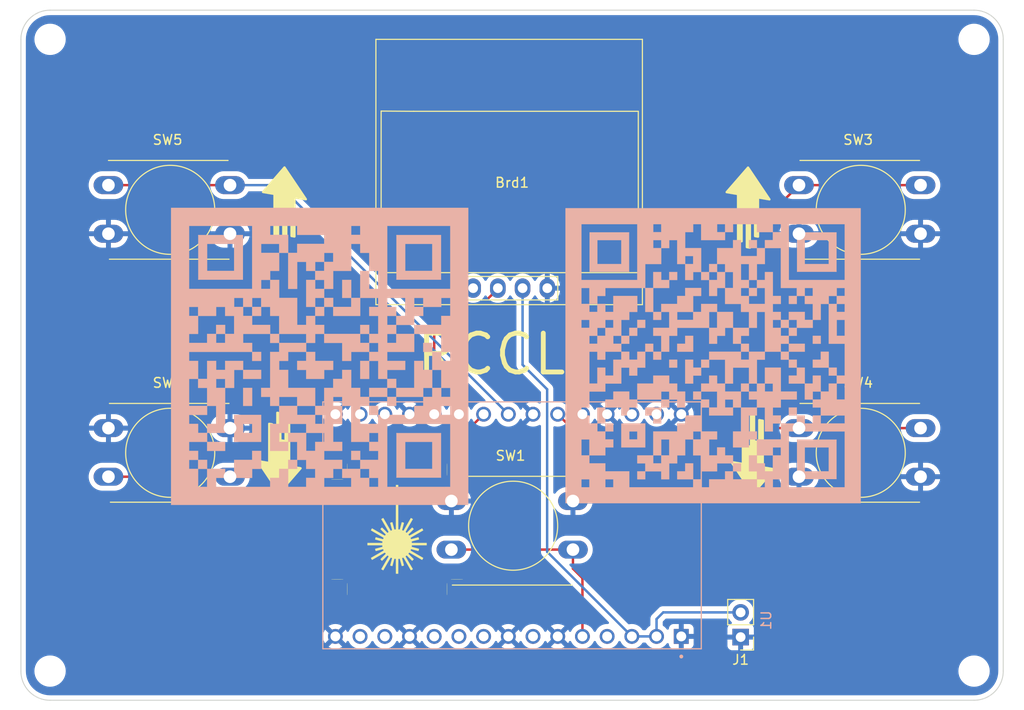
<source format=kicad_pcb>
(kicad_pcb (version 20211014) (generator pcbnew)
  (layers (0 "F.Cu" signal) (31 "B.Cu" power) (34 "B.Paste" user) (35 "F.Paste" user) (36 "B.SilkS" user "B.Silkscreen") (37 "F.SilkS" user "F.Silkscreen") (38 "B.Mask" user) (39 "F.Mask" user) (44 "Edge.Cuts" user))
  (net 0 "")
  (net 1 "Net-(Brd1-Pad4)")
  (net 2 "Net-(Brd1-Pad3)")
  (net 3 "GND")
  (net 4 "+3V3")
  (net 15 "Net-(SW1-Pad2)")
  (net 16 "Net-(SW2-Pad2)")
  (net 17 "Net-(SW3-Pad1)")
  (net 18 "Net-(SW4-Pad1)")
  (net 19 "Net-(SW5-Pad1)")
  (footprint "MountingHole:MountingHole_2.2mm_M2" (layer "F.Cu") (at 110 140)
    (fp_text reference "H4")
    (fp_text value "MountingHole")
  )
  (footprint "Connector_PinHeader_2.54mm:PinHeader_1x02_P2.54mm_Vertical" (layer "F.Cu") (at 181 136.5 180)
    (fp_text reference "J1")
    (fp_text value "Conn_02x01")
  )
  (footprint "Button_Switch_THT:SW_PUSH-12mm" (layer "F.Cu") (at 116 90)
    (fp_text reference "SW5")
    (fp_text value "SW_DIP_x01")
  )
  (footprint "Button_Switch_THT:SW_PUSH-12mm" (layer "F.Cu") (at 151.26 122.5)
    (fp_text reference "SW1")
    (fp_text value "SW_DIP_x01")
  )
  (footprint "MountingHole:MountingHole_2.2mm_M2" (layer "F.Cu") (at 205 75)
    (fp_text reference "H2")
    (fp_text value "MountingHole")
  )
  (footprint "SSD1306:128x64OLED" (layer "F.Cu") (at 157.5 90 180)
    (fp_text reference "Brd1")
    (fp_text value "SSD1306")
  )
  (footprint "Button_Switch_THT:SW_PUSH-12mm" (layer "F.Cu") (at 187 115)
    (fp_text reference "SW4")
    (fp_text value "SW_DIP_x01")
  )
  (footprint "Button_Switch_THT:SW_PUSH-12mm" (layer "F.Cu") (at 116 115)
    (fp_text reference "SW2")
    (fp_text value "SW_DIP_x01")
  )
  (footprint "Button_Switch_THT:SW_PUSH-12mm" (layer "F.Cu") (at 187 90)
    (fp_text reference "SW3")
    (fp_text value "SW_DIP_x01")
  )
  (footprint "MountingHole:MountingHole_2.2mm_M2" (layer "F.Cu") (at 205 140)
    (fp_text reference "H1")
    (fp_text value "MountingHole")
  )
  (footprint "MountingHole:MountingHole_2.2mm_M2" (layer "F.Cu") (at 110 75)
    (fp_text reference "H3")
    (fp_text value "MountingHole")
  )
  (footprint "esp32:XCVR_ESP32-C3-DEVKITM-1" (layer "B.Cu") (at 157.5 125 90)
    (fp_text reference "U1")
    (fp_text value "ESP32-C3-DEVKITM-1")
  )
  (gr_line (start 150.172915 99.7) (end 145.635311 99.7) (layer "B.SilkS") (width 0.064822))
  (gr_poly (pts (xy 136.328594 108.080677) (xy 135.402551 108.080677) (xy 135.402551 109.006717) (xy 136.328594 109.006717) (xy 136.328594 109.93276) (xy 138.180676 109.93276) (xy 138.180676 109.006717) (xy 139.106717 109.006717) (xy 139.106717 108.080677) (xy 137.254634 108.080677) (xy 137.254634 107.154635) (xy 136.328594 107.154635)) (layer "B.SilkS") (width 0.02) (fill solid))
  (gr_line (start 190.838782 120.222737) (end 190.838782 120.222737) (layer "B.SilkS") (width 0.057414))
  (gr_line (start 125.262396 99.7) (end 125.262396 95.162396) (layer "B.SilkS") (width 0.064822))
  (gr_line (start 186.81976 120.222737) (end 186.81976 116.203719) (layer "B.SilkS") (width 0.057414))
  (gr_poly (pts (xy 125.262396 99.7) (xy 129.8 99.7) (xy 129.8 98.82026) (xy 128.920259 98.82026) (xy 126.142136 98.82026) (xy 126.142136 96.042135) (xy 128.920259 96.042135) (xy 128.920259 98.82026) (xy 129.8 98.82026) (xy 129.8 95.162396) (xy 125.262396 95.162396)) (layer "B.SilkS") (width 0.02) (fill solid))
  (gr_line (start 145.635311 115.535311) (end 145.635311 115.535311) (layer "B.SilkS") (width 0.064822))
  (gr_poly (pts (xy 145.635311 120.072915) (xy 150.172915 120.072915) (xy 150.172915 119.193175) (xy 149.293176 119.193175) (xy 146.515051 119.193175) (xy 146.515051 116.415052) (xy 149.293176 116.415052) (xy 149.293176 119.193175) (xy 150.172915 119.193175) (xy 150.172915 115.535311) (xy 145.635311 115.535311)) (layer "B.SilkS") (width 0.02) (fill solid))
  (gr_poly (pts (xy 186.81976 98.897325) (xy 190.838782 98.897325) (xy 190.838782 98.118126) (xy 190.059584 98.118126) (xy 187.598959 98.118126) (xy 187.598959 95.657501) (xy 190.059584 95.657501) (xy 190.059584 98.118126) (xy 190.838782 98.118126) (xy 190.838782 94.878303) (xy 186.81976 94.878303)) (layer "B.SilkS") (width 0.02) (fill solid))
  (gr_line (start 150.172915 99.7) (end 150.172915 99.7) (layer "B.SilkS") (width 0.064822))
  (gr_poly (pts (xy 130.772344 108.080677) (xy 131.698384 108.080677) (xy 131.698384 107.154635) (xy 130.772344 107.154635)) (layer "B.SilkS") (width 0.02) (fill solid))
  (gr_poly (pts (xy 171.194793 113.702083) (xy 172.015002 113.702083) (xy 172.015002 114.522292) (xy 172.835209 114.522292) (xy 172.835209 112.881876) (xy 171.194793 112.881876)) (layer "B.SilkS") (width 0.02) (fill solid))
  (gr_line (start 145.635311 120.072915) (end 145.635311 115.535311) (layer "B.SilkS") (width 0.064822))
  (gr_poly (pts (xy 176.936251 108.780834) (xy 177.75646 108.780834) (xy 177.75646 107.960625) (xy 176.936251 107.960625)) (layer "B.SilkS") (width 0.02) (fill solid))
  (gr_line (start 145.635311 99.7) (end 145.635311 99.7) (layer "B.SilkS") (width 0.064822))
  (gr_poly (pts (xy 176.936251 112.881876) (xy 177.75646 112.881876) (xy 177.75646 112.061667) (xy 176.936251 112.061667)) (layer "B.SilkS") (width 0.02) (fill solid))
  (gr_poly (pts (xy 170.374584 120.26375) (xy 171.194793 120.26375) (xy 171.194793 119.443541) (xy 170.374584 119.443541)) (layer "B.SilkS") (width 0.02) (fill solid))
  (gr_poly (pts (xy 188.419167 106.320209) (xy 189.239376 106.320209) (xy 189.239376 105.5) (xy 188.419167 105.5)) (layer "B.SilkS") (width 0.02) (fill solid))
  (gr_poly (pts (xy 140.032759 101.598385) (xy 140.958801 101.598385) (xy 140.958801 99.746302) (xy 140.032759 99.746302)) (layer "B.SilkS") (width 0.02) (fill solid))
  (gr_poly (pts (xy 129.846301 109.93276) (xy 131.698384 109.93276) (xy 131.698384 109.006717) (xy 129.846301 109.006717)) (layer "B.SilkS") (width 0.02) (fill solid))
  (gr_line (start 145.635311 95.162396) (end 150.172915 95.162396) (layer "B.SilkS") (width 0.064822))
  (gr_poly (pts (xy 128.920259 116.415052) (xy 131.698384 116.415052) (xy 131.698384 115.48901) (xy 130.772344 115.48901) (xy 129.846301 115.48901) (xy 129.846301 114.562967) (xy 130.772344 114.562967) (xy 130.772344 115.48901) (xy 131.698384 115.48901) (xy 131.698384 113.636927) (xy 128.920259 113.636927)) (layer "B.SilkS") (width 0.02) (fill solid))
  (gr_poly (pts (xy 181.857501 96.477709) (xy 182.677709 96.477709) (xy 182.677709 95.657501) (xy 181.857501 95.657501)) (layer "B.SilkS") (width 0.02) (fill solid))
  (gr_poly (pts (xy 170.374584 104.679792) (xy 171.194793 104.679792) (xy 171.194793 103.859584) (xy 170.374584 103.859584)) (layer "B.SilkS") (width 0.02) (fill solid))
  (gr_line (start 186.81976 98.897325) (end 186.81976 94.878303) (layer "B.SilkS") (width 0.057414))
  (gr_poly (pts (xy 175.295834 119.443541) (xy 174.475627 119.443541) (xy 174.475627 120.26375) (xy 176.116043 120.26375) (xy 176.116043 118.623332) (xy 175.295834 118.623332)) (layer "B.SilkS") (width 0.02) (fill solid))
  (gr_poly (pts (xy 185.958542 113.702083) (xy 186.778751 113.702083) (xy 186.778751 112.881876) (xy 185.958542 112.881876)) (layer "B.SilkS") (width 0.02) (fill solid))
  (gr_poly (pts (xy 175.295834 110.421251) (xy 176.116043 110.421251) (xy 176.116043 109.601042) (xy 176.936251 109.601042) (xy 176.936251 108.780834) (xy 176.116043 108.780834) (xy 176.116043 107.960625) (xy 175.295834 107.960625)) (layer "B.SilkS") (width 0.02) (fill solid))
  (gr_line (start 186.81976 98.897325) (end 186.81976 98.897325) (layer "B.SilkS") (width 0.057414))
  (gr_poly (pts (xy 141.884843 109.93276) (xy 142.810884 109.93276) (xy 142.810884 108.080677) (xy 141.884843 108.080677)) (layer "B.SilkS") (width 0.02) (fill solid))
  (gr_line (start 145.635311 95.162396) (end 145.635311 95.162396) (layer "B.SilkS") (width 0.064822))
  (gr_line (start 129.8 95.162396) (end 129.8 99.7) (layer "B.SilkS") (width 0.064822))
  (gr_poly (pts (xy 130.772344 118.267135) (xy 128.920259 118.267135) (xy 128.920259 120.119219) (xy 130.772344 120.119219) (xy 130.772344 119.193175) (xy 131.698384 119.193175) (xy 131.698384 117.341092) (xy 130.772344 117.341092)) (layer "B.SilkS") (width 0.02) (fill solid))
  (gr_line (start 145.635311 115.535311) (end 150.172915 115.535311) (layer "B.SilkS") (width 0.064822))
  (gr_line (start 186.81976 116.203719) (end 190.838782 116.203719) (layer "B.SilkS") (width 0.057414))
  (gr_line (start 150.172915 95.162396) (end 150.172915 99.7) (layer "B.SilkS") (width 0.064822))
  (gr_line (start 165.494348 94.878303) (end 165.494348 94.878303) (layer "B.SilkS") (width 0.057414))
  (gr_line (start 125.262396 95.162396) (end 125.262396 95.162396) (layer "B.SilkS") (width 0.064822))
  (gr_poly (pts (xy 167.91396 112.061667) (xy 167.093753 112.061667) (xy 167.093753 112.881876) (xy 168.734169 112.881876) (xy 168.734169 113.702083) (xy 169.554377 113.702083) (xy 169.554377 112.881876) (xy 170.374584 112.881876) (xy 170.374584 112.061667) (xy 169.554377 112.061667) (xy 169.554377 111.241458) (xy 167.91396 111.241458)) (layer "B.SilkS") (width 0.02) (fill solid))
  (gr_poly (pts (xy 148.367134 107.154635) (xy 149.293176 107.154635) (xy 149.293176 106.228594) (xy 148.367134 106.228594)) (layer "B.SilkS") (width 0.02) (fill solid))
  (gr_poly (pts (xy 122.43797 122.897341) (xy 152.997342 122.897341) (xy 152.997342 121.04526) (xy 151.145259 121.04526) (xy 144.662968 121.04526) (xy 143.736926 121.04526) (xy 142.810884 121.04526) (xy 140.958801 121.04526) (xy 138.180676 121.04526) (xy 138.180676 120.119219) (xy 137.254634 120.119219) (xy 136.328594 120.119219) (xy 136.328594 121.04526) (xy 134.476509 121.04526) (xy 134.476509 119.193175) (xy 135.402551 119.193175) (xy 135.402551 118.267135) (xy 134.476509 118.267135) (xy 134.476509 119.193175) (xy 133.550469 119.193175) (xy 133.550469 120.119219) (xy 132.624426 120.119219) (xy 132.624426 121.04526) (xy 127.068176 121.04526) (xy 126.142136 121.04526) (xy 125.216092 121.04526) (xy 125.216092 119.193175) (xy 124.290051 119.193175) (xy 124.290051 118.267135) (xy 125.216092 118.267135) (xy 125.216092 119.193175) (xy 126.142136 119.193175) (xy 126.142136 121.04526) (xy 127.068176 121.04526) (xy 127.068176 120.119219) (xy 127.994219 120.119219) (xy 127.994219 119.193175) (xy 126.142136 119.193175) (xy 126.142136 118.267135) (xy 125.216092 118.267135) (xy 125.216092 117.341092) (xy 124.290051 117.341092) (xy 124.290051 116.415052) (xy 126.142136 116.415052) (xy 126.142136 115.48901) (xy 127.994219 115.48901) (xy 127.994219 114.562967) (xy 127.068176 114.562967) (xy 126.142136 114.562967) (xy 126.142136 115.48901) (xy 125.216092 115.48901) (xy 125.216092 114.562967) (xy 124.290051 114.562967) (xy 124.290051 113.636927) (xy 126.142136 113.636927) (xy 126.142136 112.710885) (xy 124.290051 112.710885) (xy 124.290051 109.93276) (xy 125.216092 109.93276) (xy 125.216092 110.858802) (xy 126.142136 110.858802) (xy 126.142136 112.710885) (xy 127.068176 112.710885) (xy 127.068176 114.562967) (xy 127.994219 114.562967) (xy 127.994219 110.858802) (xy 127.068176 110.858802) (xy 127.068176 109.93276) (xy 127.994219 109.93276) (xy 127.994219 110.858802) (xy 128.920259 110.858802) (xy 128.920259 109.006717) (xy 129.846301 109.006717) (xy 129.846301 108.080677) (xy 127.994219 108.080677) (xy 127.994219 109.006717) (xy 127.068176 109.006717) (xy 127.068176 108.080677) (xy 126.142136 108.080677) (xy 126.142136 109.93276) (xy 125.216092 109.93276) (xy 125.216092 108.080677) (xy 124.290051 108.080677) (xy 124.290051 107.154635) (xy 130.772344 107.154635) (xy 130.772344 106.228594) (xy 129.846301 106.228594) (xy 127.994219 106.228594) (xy 127.068176 106.228594) (xy 127.068176 105.302552) (xy 127.994219 105.302552) (xy 127.994219 106.228594) (xy 129.846301 106.228594) (xy 129.846301 105.302552) (xy 128.920259 105.302552) (xy 127.994219 105.302552) (xy 127.994219 104.37651) (xy 127.068176 104.37651) (xy 127.068176 105.302552) (xy 126.142136 105.302552) (xy 126.142136 106.228594) (xy 124.290051 106.228594) (xy 124.290051 105.302552) (xy 125.216092 105.302552) (xy 125.216092 103.450468) (xy 124.290051 103.450468) (xy 124.290051 102.524427) (xy 125.216092 102.524427) (xy 125.216092 103.450468) (xy 127.068176 103.450468) (xy 127.068176 102.524427) (xy 127.994219 102.524427) (xy 127.994219 103.450468) (xy 128.920259 103.450468) (xy 128.920259 105.302552) (xy 129.846301 105.302552) (xy 132.624426 105.302552) (xy 132.624426 106.228594) (xy 133.550469 106.228594) (xy 133.550469 107.154635) (xy 132.624426 107.154635) (xy 132.624426 110.858802) (xy 131.698384 110.858802) (xy 131.698384 111.784842) (xy 132.624426 111.784842) (xy 132.624426 112.710885) (xy 133.550469 112.710885) (xy 133.550469 114.562967) (xy 132.624426 114.562967) (xy 132.624426 117.341092) (xy 134.476509 117.341092) (xy 134.476509 116.415052) (xy 133.550469 116.415052) (xy 133.550469 115.48901) (xy 134.476509 115.48901) (xy 134.476509 116.415052) (xy 135.402551 116.415052) (xy 135.402551 118.267135) (xy 136.328594 118.267135) (xy 136.328594 119.193175) (xy 137.254634 119.193175) (xy 137.254634 120.119219) (xy 138.180676 120.119219) (xy 139.106717 120.119219) (xy 139.106717 119.193175) (xy 140.032759 119.193175) (xy 140.032759 120.119219) (xy 140.958801 120.119219) (xy 140.958801 121.04526) (xy 142.810884 121.04526) (xy 142.810884 120.119219) (xy 141.884843 120.119219) (xy 141.884843 119.193175) (xy 142.810884 119.193175) (xy 142.810884 120.119219) (xy 143.736926 120.119219) (xy 143.736926 121.04526) (xy 144.662968 121.04526) (xy 144.662968 118.267135) (xy 143.736926 118.267135) (xy 141.884843 118.267135) (xy 141.884843 119.193175) (xy 140.032759 119.193175) (xy 140.032759 118.267135) (xy 138.180676 118.267135) (xy 138.180676 117.341092) (xy 140.032759 117.341092) (xy 140.032759 116.415052) (xy 139.106717 116.415052) (xy 138.180676 116.415052) (xy 137.254634 116.415052) (xy 137.254634 117.341092) (xy 136.328594 117.341092) (xy 136.328594 115.48901) (xy 134.476509 115.48901) (xy 134.476509 114.562967) (xy 136.328594 114.562967) (xy 136.328594 115.48901) (xy 138.180676 115.48901) (xy 138.180676 116.415052) (xy 139.106717 116.415052) (xy 139.106717 114.562967) (xy 138.180676 114.562967) (xy 137.254634 114.562967) (xy 137.254634 113.636927) (xy 135.402551 113.636927) (xy 135.402551 112.710885) (xy 133.550469 112.710885) (xy 133.550469 111.784842) (xy 135.402551 111.784842) (xy 135.402551 112.710885) (xy 137.254634 112.710885) (xy 137.254634 113.636927) (xy 138.180676 113.636927) (xy 138.180676 114.562967) (xy 139.106717 114.562967) (xy 140.032759 114.562967) (xy 140.032759 112.710885) (xy 139.106717 112.710885) (xy 139.106717 111.784842) (xy 140.032759 111.784842) (xy 140.032759 112.710885) (xy 140.958801 112.710885) (xy 140.958801 116.415052) (xy 142.810884 116.415052) (xy 142.810884 117.341092) (xy 143.736926 117.341092) (xy 143.736926 118.267135) (xy 144.662968 118.267135) (xy 144.662968 116.415052) (xy 143.736926 116.415052) (xy 142.810884 116.415052) (xy 142.810884 115.48901) (xy 143.736926 115.48901) (xy 143.736926 116.415052) (xy 144.662968 116.415052) (xy 144.662968 114.562967) (xy 143.736926 114.562967) (xy 141.884843 114.562967) (xy 141.884843 112.710885) (xy 142.810884 112.710885) (xy 142.810884 113.636927) (xy 143.736926 113.636927) (xy 143.736926 114.562967) (xy 144.662968 114.562967) (xy 151.145259 114.562967) (xy 151.145259 121.04526) (xy 152.997342 121.04526) (xy 152.997342 113.636927) (xy 151.145259 113.636927) (xy 150.219217 113.636927) (xy 150.219217 112.710885) (xy 148.367134 112.710885) (xy 147.441092 112.710885) (xy 147.441092 113.636927) (xy 143.736926 113.636927) (xy 143.736926 112.710885) (xy 142.810884 112.710885) (xy 142.810884 111.784842) (xy 144.662968 111.784842) (xy 144.662968 112.710885) (xy 145.589009 112.710885) (xy 145.589009 111.784842) (xy 144.662968 111.784842) (xy 144.662968 110.858802) (xy 142.810884 110.858802) (xy 142.810884 111.784842) (xy 141.884843 111.784842) (xy 141.884843 110.858802) (xy 140.958801 110.858802) (xy 140.958801 109.006717) (xy 140.032759 109.006717) (xy 140.032759 109.93276) (xy 139.106717 109.93276) (xy 139.106717 110.858802) (xy 138.180676 110.858802) (xy 138.180676 112.710885) (xy 137.254634 112.710885) (xy 137.254634 110.858802) (xy 134.476509 110.858802) (xy 134.476509 109.006717) (xy 133.550469 109.006717) (xy 133.550469 108.080677) (xy 134.476509 108.080677) (xy 134.476509 107.154635) (xy 136.328594 107.154635) (xy 136.328594 106.228594) (xy 133.550469 106.228594) (xy 133.550469 105.302552) (xy 132.624426 105.302552) (xy 132.624426 104.37651) (xy 130.772344 104.37651) (xy 130.772344 103.450468) (xy 129.846301 103.450468) (xy 129.846301 102.524427) (xy 128.920259 102.524427) (xy 128.920259 101.598385) (xy 129.846301 101.598385) (xy 129.846301 102.524427) (xy 130.772344 102.524427) (xy 130.772344 103.450468) (xy 131.698384 103.450468) (xy 131.698384 102.524427) (xy 130.772344 102.524427) (xy 130.772344 101.598385) (xy 131.698384 101.598385) (xy 131.698384 102.524427) (xy 132.624426 102.524427) (xy 132.624426 103.450468) (xy 133.550469 103.450468) (xy 133.550469 105.302552) (xy 136.328594 105.302552) (xy 136.328594 106.228594) (xy 137.254634 106.228594) (xy 137.254634 105.302552) (xy 138.180676 105.302552) (xy 138.180676 106.228594) (xy 140.032759 106.228594) (xy 140.032759 108.080677) (xy 140.958801 108.080677) (xy 140.958801 107.154635) (xy 142.810884 107.154635) (xy 142.810884 108.080677) (xy 143.736926 108.080677) (xy 143.736926 109.93276) (xy 144.662968 109.93276) (xy 144.662968 110.858802) (xy 145.589009 110.858802) (xy 145.589009 111.784842) (xy 148.367134 111.784842) (xy 148.367134 112.710885) (xy 150.219217 112.710885) (xy 151.145259 112.710885) (xy 151.145259 113.636927) (xy 152.997342 113.636927) (xy 152.997342 111.784842) (xy 151.145259 111.784842) (xy 150.219217 111.784842) (xy 149.293176 111.784842) (xy 148.367134 111.784842) (xy 148.367134 110.858802) (xy 149.293176 110.858802) (xy 149.293176 111.784842) (xy 150.219217 111.784842) (xy 150.219217 110.858802) (xy 149.293176 110.858802) (xy 149.293176 109.006717) (xy 150.219217 109.006717) (xy 150.219217 110.858802) (xy 151.145259 110.858802) (xy 151.145259 111.784842) (xy 152.997342 111.784842) (xy 152.997342 108.080677) (xy 151.145259 108.080677) (xy 150.219217 108.080677) (xy 150.219217 107.154635) (xy 149.293176 107.154635) (xy 149.293176 109.006717) (xy 148.367134 109.006717) (xy 148.367134 108.080677) (xy 147.441092 108.080677) (xy 147.441092 110.858802) (xy 145.589009 110.858802) (xy 145.589009 109.93276) (xy 144.662968 109.93276) (xy 144.662968 109.006717) (xy 146.515051 109.006717) (xy 146.515051 108.080677) (xy 144.662968 108.080677) (xy 144.662968 107.154635) (xy 143.736926 107.154635) (xy 142.810884 107.154635) (xy 142.810884 106.228594) (xy 141.884843 106.228594) (xy 141.884843 105.302552) (xy 142.810884 105.302552) (xy 142.810884 106.228594) (xy 143.736926 106.228594) (xy 143.736926 107.154635) (xy 144.662968 107.154635) (xy 147.441092 107.154635) (xy 147.441092 106.228594) (xy 145.589009 106.228594) (xy 144.662968 106.228594) (xy 144.662968 105.302552) (xy 143.736926 105.302552) (xy 142.810884 105.302552) (xy 142.810884 104.37651) (xy 141.884843 104.37651) (xy 141.884843 105.302552) (xy 138.180676 105.302552) (xy 138.180676 104.37651) (xy 137.254634 104.37651) (xy 137.254634 103.450468) (xy 138.180676 103.450468) (xy 138.180676 102.524427) (xy 137.254634 102.524427) (xy 137.254634 101.598385) (xy 138.180676 101.598385) (xy 138.180676 102.524427) (xy 139.106717 102.524427) (xy 139.106717 101.598385) (xy 138.180676 101.598385) (xy 138.180676 100.672343) (xy 137.254634 100.672343) (xy 137.254634 99.746302) (xy 136.328594 99.746302) (xy 136.328594 102.524427) (xy 137.254634 102.524427) (xy 137.254634 103.450468) (xy 136.328594 103.450468) (xy 136.328594 104.37651) (xy 135.402551 104.37651) (xy 135.402551 101.598385) (xy 133.550469 101.598385) (xy 133.550469 100.672343) (xy 132.624426 100.672343) (xy 131.698384 100.672343) (xy 130.772344 100.672343) (xy 124.290051 100.672343) (xy 124.290051 94.190052) (xy 130.772344 94.190052) (xy 130.772344 100.672343) (xy 131.698384 100.672343) (xy 131.698384 99.746302) (xy 132.624426 99.746302) (xy 132.624426 100.672343) (xy 133.550469 100.672343) (xy 133.550469 99.746302) (xy 132.624426 99.746302) (xy 132.624426 98.82026) (xy 133.550469 98.82026) (xy 133.550469 96.968177) (xy 131.698384 96.968177) (xy 131.698384 96.042135) (xy 133.550469 96.042135) (xy 133.550469 96.968177) (xy 134.476509 96.968177) (xy 134.476509 100.672343) (xy 135.402551 100.672343) (xy 135.402551 97.894219) (xy 136.328594 97.894219) (xy 136.328594 98.82026) (xy 137.254634 98.82026) (xy 137.254634 99.746302) (xy 138.180676 99.746302) (xy 138.180676 100.672343) (xy 139.106717 100.672343) (xy 139.106717 98.82026) (xy 138.180676 98.82026) (xy 137.254634 98.82026) (xy 137.254634 97.894219) (xy 138.180676 97.894219) (xy 138.180676 98.82026) (xy 139.106717 98.82026) (xy 140.958801 98.82026) (xy 140.958801 97.894219) (xy 139.106717 97.894219) (xy 138.180676 97.894219) (xy 138.180676 96.968177) (xy 139.106717 96.968177) (xy 139.106717 97.894219) (xy 140.958801 97.894219) (xy 140.958801 96.042135) (xy 138.180676 96.042135) (xy 135.402551 96.042135) (xy 135.402551 96.968177) (xy 134.476509 96.968177) (xy 134.476509 95.116094) (xy 132.624426 95.116094) (xy 132.624426 94.190052) (xy 135.402551 94.190052) (xy 135.402551 95.116094) (xy 138.180676 95.116094) (xy 138.180676 96.042135) (xy 140.958801 96.042135) (xy 141.884843 96.042135) (xy 141.884843 96.968177) (xy 142.810884 96.968177) (xy 142.810884 98.82026) (xy 141.884843 98.82026) (xy 141.884843 101.598385) (xy 143.736926 101.598385) (xy 143.736926 102.524427) (xy 142.810884 102.524427) (xy 142.810884 103.450468) (xy 143.736926 103.450468) (xy 143.736926 105.302552) (xy 144.662968 105.302552) (xy 145.589009 105.302552) (xy 145.589009 106.228594) (xy 147.441092 106.228594) (xy 147.441092 105.302552) (xy 145.589009 105.302552) (xy 145.589009 104.37651) (xy 144.662968 104.37651) (xy 144.662968 103.450468) (xy 145.589009 103.450468) (xy 145.589009 104.37651) (xy 147.441092 104.37651) (xy 147.441092 105.302552) (xy 150.219217 105.302552) (xy 150.219217 107.154635) (xy 151.145259 107.154635) (xy 151.145259 108.080677) (xy 152.997342 108.080677) (xy 152.997342 103.450468) (xy 151.145259 103.450468) (xy 150.219217 103.450468) (xy 150.219217 104.37651) (xy 147.441092 104.37651) (xy 147.441092 103.450468) (xy 146.515051 103.450468) (xy 145.589009 103.450468) (xy 145.589009 102.524427) (xy 144.662968 102.524427) (xy 144.662968 101.598385) (xy 146.515051 101.598385) (xy 146.515051 103.450468) (xy 147.441092 103.450468) (xy 148.367134 103.450468) (xy 148.367134 102.524427) (xy 147.441092 102.524427) (xy 147.441092 101.598385) (xy 148.367134 101.598385) (xy 148.367134 102.524427) (xy 150.219217 102.524427) (xy 150.219217 101.598385) (xy 151.145259 101.598385) (xy 151.145259 103.450468) (xy 152.997342 103.450468) (xy 152.997342 100.672343) (xy 151.145259 100.672343) (xy 144.662968 100.672343) (xy 143.736926 100.672343) (xy 142.810884 100.672343) (xy 142.810884 98.82026) (xy 143.736926 98.82026) (xy 143.736926 100.672343) (xy 144.662968 100.672343) (xy 144.662968 95.116094) (xy 141.884843 95.116094) (xy 140.958801 95.116094) (xy 140.958801 94.190052) (xy 141.884843 94.190052) (xy 141.884843 95.116094) (xy 144.662968 95.116094) (xy 144.662968 94.190052) (xy 151.145259 94.190052) (xy 151.145259 100.672343) (xy 152.997342 100.672343) (xy 152.997342 92.337969) (xy 122.43797 92.337969)) (layer "B.SilkS") (width 0.02) (fill solid))
  (gr_poly (pts (xy 186.81976 120.222737) (xy 190.838782 120.222737) (xy 190.838782 119.443541) (xy 190.059584 119.443541) (xy 187.598959 119.443541) (xy 187.598959 116.982916) (xy 190.059584 116.982916) (xy 190.059584 119.443541) (xy 190.838782 119.443541) (xy 190.838782 116.203719) (xy 186.81976 116.203719)) (layer "B.SilkS") (width 0.02) (fill solid))
  (gr_line (start 169.513366 98.897325) (end 169.513366 98.897325) (layer "B.SilkS") (width 0.057414))
  (gr_poly (pts (xy 168.734169 116.982916) (xy 171.194793 116.982916) (xy 171.194793 116.162708) (xy 170.374584 116.162708) (xy 169.554377 116.162708) (xy 169.554377 115.342501) (xy 170.374584 115.342501) (xy 170.374584 116.162708) (xy 171.194793 116.162708) (xy 171.194793 114.522292) (xy 168.734169 114.522292)) (layer "B.SilkS") (width 0.02) (fill solid))
  (gr_line (start 190.838782 94.878303) (end 190.838782 98.897325) (layer "B.SilkS") (width 0.057414))
  (gr_line (start 145.635311 120.072915) (end 145.635311 120.072915) (layer "B.SilkS") (width 0.064822))
  (gr_line (start 125.262396 99.7) (end 125.262396 99.7) (layer "B.SilkS") (width 0.064822))
  (gr_poly (pts (xy 165.494348 98.897325) (xy 169.513366 98.897325) (xy 169.513366 98.118126) (xy 168.734169 98.118126) (xy 166.273544 98.118126) (xy 166.273544 95.657501) (xy 168.734169 95.657501) (xy 168.734169 98.118126) (xy 169.513366 98.118126) (xy 169.513366 94.878303) (xy 165.494348 94.878303)) (layer "B.SilkS") (width 0.02) (fill solid))
  (gr_line (start 150.172915 115.535311) (end 150.172915 120.072915) (layer "B.SilkS") (width 0.064822))
  (gr_poly (pts (xy 180.217085 117.803125) (xy 179.396876 117.803125) (xy 179.396876 116.982916) (xy 178.576667 116.982916) (xy 178.576667 117.803125) (xy 177.75646 117.803125) (xy 177.75646 116.162708) (xy 176.936251 116.162708) (xy 176.116043 116.162708) (xy 176.116043 115.342501) (xy 176.936251 115.342501) (xy 176.936251 116.162708) (xy 177.75646 116.162708) (xy 178.576667 116.162708) (xy 178.576667 115.342501) (xy 176.936251 115.342501) (xy 176.936251 113.702083) (xy 175.295834 113.702083) (xy 175.295834 114.522292) (xy 174.475627 114.522292) (xy 174.475627 115.342501) (xy 172.015002 115.342501) (xy 172.015002 117.803125) (xy 170.374584 117.803125) (xy 170.374584 118.623332) (xy 171.194793 118.623332) (xy 171.194793 119.443541) (xy 172.835209 119.443541) (xy 172.835209 120.26375) (xy 173.655418 120.26375) (xy 173.655418 118.623332) (xy 172.835209 118.623332) (xy 172.015002 118.623332) (xy 172.015002 117.803125) (xy 172.835209 117.803125) (xy 172.835209 118.623332) (xy 173.655418 118.623332) (xy 174.475627 118.623332) (xy 174.475627 117.803125) (xy 173.655418 117.803125) (xy 172.835209 117.803125) (xy 172.835209 116.162708) (xy 173.655418 116.162708) (xy 173.655418 117.803125) (xy 174.475627 117.803125) (xy 175.295834 117.803125) (xy 175.295834 116.162708) (xy 176.116043 116.162708) (xy 176.116043 117.803125) (xy 176.936251 117.803125) (xy 176.936251 119.443541) (xy 178.576667 119.443541) (xy 178.576667 118.623332) (xy 180.217085 118.623332)) (layer "B.SilkS") (width 0.02) (fill solid))
  (gr_poly (pts (xy 169.554377 105.5) (xy 170.374584 105.5) (xy 170.374584 104.679792) (xy 169.554377 104.679792)) (layer "B.SilkS") (width 0.02) (fill solid))
  (gr_line (start 169.513366 98.897325) (end 165.494348 98.897325) (layer "B.SilkS") (width 0.057414))
  (gr_line (start 190.838782 120.222737) (end 186.81976 120.222737) (layer "B.SilkS") (width 0.057414))
  (gr_line (start 150.172915 120.072915) (end 150.172915 120.072915) (layer "B.SilkS") (width 0.064822))
  (gr_poly (pts (xy 172.015002 100.578751) (xy 173.655418 100.578751) (xy 173.655418 99.758543) (xy 172.835209 99.758543) (xy 172.835209 98.938334) (xy 172.015002 98.938334)) (layer "B.SilkS") (width 0.02) (fill solid))
  (gr_line (start 150.172915 120.072915) (end 145.635311 120.072915) (layer "B.SilkS") (width 0.064822))
  (gr_poly (pts (xy 172.015002 106.320209) (xy 171.194793 106.320209) (xy 171.194793 107.140418) (xy 172.015002 107.140418)) (layer "B.SilkS") (width 0.02) (fill solid))
  (gr_line (start 190.838782 116.203719) (end 190.838782 120.222737) (layer "B.SilkS") (width 0.057414))
  (gr_poly (pts (xy 173.655418 99.758543) (xy 174.475627 99.758543) (xy 174.475627 98.938334) (xy 173.655418 98.938334)) (layer "B.SilkS") (width 0.02) (fill solid))
  (gr_poly (pts (xy 129.846301 112.710885) (xy 130.772344 112.710885) (xy 130.772344 110.858802) (xy 129.846301 110.858802)) (layer "B.SilkS") (width 0.02) (fill solid))
  (gr_line (start 186.81976 116.203719) (end 186.81976 116.203719) (layer "B.SilkS") (width 0.057414))
  (gr_poly (pts (xy 189.239376 107.960625) (xy 188.419167 107.960625) (xy 188.419167 108.780834) (xy 190.059584 108.780834) (xy 190.059584 107.140418) (xy 189.239376 107.140418)) (layer "B.SilkS") (width 0.02) (fill solid))
  (gr_poly (pts (xy 139.106717 103.450468) (xy 141.884843 103.450468) (xy 141.884843 101.598385) (xy 140.958801 101.598385) (xy 140.958801 102.524427) (xy 139.106717 102.524427)) (layer "B.SilkS") (width 0.02) (fill solid))
  (gr_poly (pts (xy 126.142136 117.341092) (xy 127.994219 117.341092) (xy 127.994219 116.415052) (xy 126.142136 116.415052)) (layer "B.SilkS") (width 0.02) (fill solid))
  (gr_line (start 165.494348 98.897325) (end 165.494348 94.878303) (layer "B.SilkS") (width 0.057414))
  (gr_line (start 169.513366 94.878303) (end 169.513366 98.897325) (layer "B.SilkS") (width 0.057414))
  (gr_poly (pts (xy 145.635311 99.7) (xy 150.172915 99.7) (xy 150.172915 98.82026) (xy 149.293176 98.82026) (xy 146.515051 98.82026) (xy 146.515051 96.042135) (xy 149.293176 96.042135) (xy 149.293176 98.82026) (xy 150.172915 98.82026) (xy 150.172915 95.162396) (xy 145.635311 95.162396)) (layer "B.SilkS") (width 0.02) (fill solid))
  (gr_line (start 190.838782 98.897325) (end 186.81976 98.897325) (layer "B.SilkS") (width 0.057414))
  (gr_poly (pts (xy 190.059584 109.601042) (xy 190.879792 109.601042) (xy 190.879792 108.780834) (xy 190.059584 108.780834)) (layer "B.SilkS") (width 0.02) (fill solid))
  (gr_line (start 129.8 99.7) (end 129.8 99.7) (layer "B.SilkS") (width 0.064822))
  (gr_line (start 145.635311 99.7) (end 145.635311 95.162396) (layer "B.SilkS") (width 0.064822))
  (gr_line (start 186.81976 94.878303) (end 190.838782 94.878303) (layer "B.SilkS") (width 0.057414))
  (gr_line (start 125.262396 95.162396) (end 129.8 95.162396) (layer "B.SilkS") (width 0.064822))
  (gr_poly (pts (xy 162.992709 122.724376) (xy 193.340417 122.724376) (xy 193.340417 121.083959) (xy 191.7 121.083959) (xy 185.958542 121.083959) (xy 185.138334 121.083959) (xy 184.318125 121.083959) (xy 183.497917 121.083959) (xy 182.677709 121.083959) (xy 182.677709 120.26375) (xy 180.217085 120.26375) (xy 180.217085 119.443541) (xy 179.396876 119.443541) (xy 179.396876 120.26375) (xy 177.75646 120.26375) (xy 177.75646 121.083959) (xy 176.936251 121.083959) (xy 176.936251 120.26375) (xy 176.116043 120.26375) (xy 176.116043 121.083959) (xy 169.554377 121.083959) (xy 167.91396 121.083959) (xy 167.093753 121.083959) (xy 165.453335 121.083959) (xy 164.633126 121.083959) (xy 164.633126 120.26375) (xy 165.453335 120.26375) (xy 165.453335 121.083959) (xy 167.093753 121.083959) (xy 167.093753 120.26375) (xy 167.91396 120.26375) (xy 167.91396 121.083959) (xy 169.554377 121.083959) (xy 169.554377 119.443541) (xy 167.093753 119.443541) (xy 167.093753 118.623332) (xy 165.453335 118.623332) (xy 165.453335 117.803125) (xy 164.633126 117.803125) (xy 164.633126 116.162708) (xy 165.453335 116.162708) (xy 165.453335 117.803125) (xy 167.093753 117.803125) (xy 167.093753 116.982916) (xy 167.91396 116.982916) (xy 167.91396 116.162708) (xy 167.093753 116.162708) (xy 167.093753 115.342501) (xy 166.273544 115.342501) (xy 166.273544 114.522292) (xy 167.093753 114.522292) (xy 167.093753 115.342501) (xy 167.91396 115.342501) (xy 167.91396 114.522292) (xy 167.093753 114.522292) (xy 167.093753 112.881876) (xy 166.273544 112.881876) (xy 166.273544 114.522292) (xy 165.453335 114.522292) (xy 165.453335 113.702083) (xy 164.633126 113.702083) (xy 164.633126 112.881876) (xy 165.453335 112.881876) (xy 165.453335 111.241458) (xy 167.093753 111.241458) (xy 167.093753 110.421251) (xy 168.734169 110.421251) (xy 168.734169 108.780834) (xy 169.554377 108.780834) (xy 169.554377 109.601042) (xy 170.374584 109.601042) (xy 170.374584 108.780834) (xy 171.194793 108.780834) (xy 171.194793 107.140418) (xy 170.374584 107.140418) (xy 170.374584 107.960625) (xy 169.554377 107.960625) (xy 168.734169 107.960625) (xy 167.91396 107.960625) (xy 167.91396 109.601042) (xy 167.093753 109.601042) (xy 167.093753 108.780834) (xy 166.273544 108.780834) (xy 166.273544 110.421251) (xy 165.453335 110.421251) (xy 165.453335 107.140418) (xy 166.273544 107.140418) (xy 166.273544 107.960625) (xy 167.093753 107.960625) (xy 167.093753 107.140418) (xy 168.734169 107.140418) (xy 168.734169 107.960625) (xy 169.554377 107.960625) (xy 169.554377 107.140418) (xy 168.734169 107.140418) (xy 168.734169 106.320209) (xy 167.91396 106.320209) (xy 166.273544 106.320209) (xy 165.453335 106.320209) (xy 165.453335 105.5) (xy 166.273544 105.5) (xy 166.273544 106.320209) (xy 167.91396 106.320209) (xy 167.91396 105.5) (xy 167.093753 105.5) (xy 166.273544 105.5) (xy 166.273544 104.679792) (xy 165.453335 104.679792) (xy 164.633126 104.679792) (xy 164.633126 103.859584) (xy 165.453335 103.859584) (xy 165.453335 104.679792) (xy 166.273544 104.679792) (xy 167.093753 104.679792) (xy 167.093753 105.5) (xy 167.91396 105.5) (xy 168.734169 105.5) (xy 168.734169 106.320209) (xy 169.554377 106.320209) (xy 169.554377 105.5) (xy 168.734169 105.5) (xy 168.734169 104.679792) (xy 167.91396 104.679792) (xy 167.093753 104.679792) (xy 167.093753 103.859584) (xy 167.91396 103.859584) (xy 167.91396 104.679792) (xy 168.734169 104.679792) (xy 168.734169 103.859584) (xy 169.554377 103.859584) (xy 169.554377 103.039376) (xy 170.374584 103.039376) (xy 170.374584 101.39896) (xy 167.91396 101.39896) (xy 167.91396 103.039376) (xy 167.093753 103.039376) (xy 166.273544 103.039376) (xy 165.453335 103.039376) (xy 165.453335 102.219168) (xy 164.633126 102.219168) (xy 164.633126 100.578751) (xy 165.453335 100.578751) (xy 165.453335 102.219168) (xy 166.273544 102.219168) (xy 166.273544 103.039376) (xy 167.093753 103.039376) (xy 167.093753 102.219168) (xy 166.273544 102.219168) (xy 166.273544 101.39896) (xy 167.093753 101.39896) (xy 167.093753 100.578751) (xy 171.194793 100.578751) (xy 171.194793 103.039376) (xy 172.015002 103.039376) (xy 172.015002 103.859584) (xy 172.835209 103.859584) (xy 172.835209 103.039376) (xy 173.655418 103.039376) (xy 173.655418 104.679792) (xy 172.015002 104.679792) (xy 172.015002 105.5) (xy 172.835209 105.5) (xy 172.835209 107.140418) (xy 173.655418 107.140418) (xy 173.655418 105.5) (xy 174.475627 105.5) (xy 174.475627 104.679792) (xy 177.75646 104.679792) (xy 177.75646 106.320209) (xy 178.576667 106.320209) (xy 178.576667 105.5) (xy 179.396876 105.5) (xy 179.396876 104.679792) (xy 178.576667 104.679792) (xy 177.75646 104.679792) (xy 177.75646 103.859584) (xy 176.116043 103.859584) (xy 174.475627 103.859584) (xy 174.475627 103.039376) (xy 176.116043 103.039376) (xy 176.116043 103.859584) (xy 177.75646 103.859584) (xy 177.75646 103.039376) (xy 178.576667 103.039376) (xy 178.576667 104.679792) (xy 179.396876 104.679792) (xy 180.217085 104.679792) (xy 180.217085 106.320209) (xy 181.037293 106.320209) (xy 181.037293 107.140418) (xy 177.75646 107.140418) (xy 177.75646 107.960625) (xy 179.396876 107.960625) (xy 179.396876 110.421251) (xy 178.576667 110.421251) (xy 178.576667 109.601042) (xy 177.75646 109.601042) (xy 177.75646 110.421251) (xy 176.936251 110.421251) (xy 176.936251 111.241458) (xy 178.576667 111.241458) (xy 178.576667 112.881876) (xy 177.75646 112.881876) (xy 177.75646 113.702083) (xy 180.217085 113.702083) (xy 180.217085 112.881876) (xy 179.396876 112.881876) (xy 179.396876 112.061667) (xy 180.217085 112.061667) (xy 180.217085 112.881876) (xy 181.037293 112.881876) (xy 181.037293 115.342501) (xy 180.217085 115.342501) (xy 180.217085 116.982916) (xy 181.857501 116.982916) (xy 181.857501 116.162708) (xy 182.677709 116.162708) (xy 182.677709 117.803125) (xy 181.857501 117.803125) (xy 181.857501 119.443541) (xy 182.677709 119.443541) (xy 182.677709 120.26375) (xy 183.497917 120.26375) (xy 183.497917 121.083959) (xy 184.318125 121.083959) (xy 184.318125 120.26375) (xy 185.138334 120.26375) (xy 185.138334 121.083959) (xy 185.958542 121.083959) (xy 185.958542 119.443541) (xy 184.318125 119.443541) (xy 183.497917 119.443541) (xy 183.497917 118.623332) (xy 182.677709 118.623332) (xy 182.677709 117.803125) (xy 184.318125 117.803125) (xy 184.318125 119.443541) (xy 185.958542 119.443541) (xy 185.958542 117.803125) (xy 185.138334 117.803125) (xy 184.318125 117.803125) (xy 184.318125 116.982916) (xy 185.138334 116.982916) (xy 185.138334 117.803125) (xy 185.958542 117.803125) (xy 185.958542 116.162708) (xy 185.138334 116.162708) (xy 182.677709 116.162708) (xy 182.677709 115.342501) (xy 181.857501 115.342501) (xy 181.857501 113.702083) (xy 182.677709 113.702083) (xy 182.677709 112.881876) (xy 181.037293 112.881876) (xy 181.037293 111.241458) (xy 181.857501 111.241458) (xy 181.857501 112.061667) (xy 182.677709 112.061667) (xy 182.677709 112.881876) (xy 183.497917 112.881876) (xy 183.497917 115.342501) (xy 184.318125 115.342501) (xy 184.318125 114.522292) (xy 185.138334 114.522292) (xy 185.138334 116.162708) (xy 185.958542 116.162708) (xy 185.958542 115.342501) (xy 191.7 115.342501) (xy 191.7 121.083959) (xy 193.340417 121.083959) (xy 193.340417 114.522292) (xy 191.7 114.522292) (xy 189.239376 114.522292) (xy 189.239376 113.702083) (xy 188.419167 113.702083) (xy 188.419167 114.522292) (xy 187.598959 114.522292) (xy 187.598959 113.702083) (xy 186.778751 113.702083) (xy 186.778751 114.522292) (xy 185.138334 114.522292) (xy 185.138334 113.702083) (xy 184.318125 113.702083) (xy 184.318125 112.881876) (xy 185.138334 112.881876) (xy 185.138334 112.061667) (xy 186.778751 112.061667) (xy 186.778751 111.241458) (xy 185.138334 111.241458) (xy 184.318125 111.241458) (xy 183.497917 111.241458) (xy 182.677709 111.241458) (xy 181.857501 111.241458) (xy 181.857501 110.421251) (xy 181.037293 110.421251) (xy 181.037293 111.241458) (xy 179.396876 111.241458) (xy 179.396876 110.421251) (xy 180.217085 110.421251) (xy 180.217085 108.780834) (xy 181.857501 108.780834) (xy 181.857501 110.421251) (xy 182.677709 110.421251) (xy 182.677709 111.241458) (xy 183.497917 111.241458) (xy 183.497917 110.421251) (xy 184.318125 110.421251) (xy 184.318125 111.241458) (xy 185.138334 111.241458) (xy 185.138334 108.780834) (xy 183.497917 108.780834) (xy 183.497917 110.421251) (xy 182.677709 110.421251) (xy 182.677709 107.960625) (xy 181.857501 107.960625) (xy 181.037293 107.960625) (xy 181.037293 107.140418) (xy 181.857501 107.140418) (xy 181.857501 107.960625) (xy 182.677709 107.960625) (xy 183.497917 107.960625) (xy 183.497917 107.140418) (xy 181.857501 107.140418) (xy 181.857501 106.320209) (xy 181.037293 106.320209) (xy 181.037293 105.5) (xy 181.857501 105.5) (xy 181.857501 104.679792) (xy 180.217085 104.679792) (xy 180.217085 103.039376) (xy 178.576667 103.039376) (xy 178.576667 102.219168) (xy 176.936251 102.219168) (xy 176.936251 103.039376) (xy 176.116043 103.039376) (xy 176.116043 101.39896) (xy 176.936251 101.39896) (xy 176.936251 100.578751) (xy 175.295834 100.578751) (xy 175.295834 101.39896) (xy 174.475627 101.39896) (xy 174.475627 102.219168) (xy 172.835209 102.219168) (xy 172.835209 103.039376) (xy 172.015002 103.039376) (xy 172.015002 100.578751) (xy 171.194793 100.578751) (xy 171.194793 99.758543) (xy 170.374584 99.758543) (xy 164.633126 99.758543) (xy 164.633126 94.017085) (xy 170.374584 94.017085) (xy 170.374584 99.758543) (xy 171.194793 99.758543) (xy 171.194793 98.118126) (xy 172.835209 98.118126) (xy 172.835209 96.477709) (xy 172.015002 96.477709) (xy 172.015002 95.657501) (xy 172.835209 95.657501) (xy 172.835209 96.477709) (xy 173.655418 96.477709) (xy 173.655418 95.657501) (xy 174.475627 95.657501) (xy 174.475627 98.118126) (xy 175.295834 98.118126) (xy 175.295834 99.758543) (xy 176.116043 99.758543) (xy 176.116043 98.938334) (xy 176.936251 98.938334) (xy 176.936251 99.758543) (xy 177.75646 99.758543) (xy 177.75646 101.39896) (xy 178.576667 101.39896) (xy 178.576667 100.578751) (xy 179.396876 100.578751) (xy 179.396876 102.219168) (xy 181.037293 102.219168) (xy 181.037293 103.039376) (xy 181.857501 103.039376) (xy 181.857501 104.679792) (xy 182.677709 104.679792) (xy 182.677709 103.039376) (xy 183.497917 103.039376) (xy 183.497917 107.140418) (xy 185.138334 107.140418) (xy 185.138334 107.960625) (xy 185.958542 107.960625) (xy 185.958542 108.780834) (xy 186.778751 108.780834) (xy 186.778751 109.601042) (xy 185.958542 109.601042) (xy 185.958542 110.421251) (xy 187.598959 110.421251) (xy 187.598959 112.061667) (xy 188.419167 112.061667) (xy 188.419167 112.881876) (xy 189.239376 112.881876) (xy 189.239376 113.702083) (xy 191.7 113.702083) (xy 191.7 114.522292) (xy 193.340417 114.522292) (xy 193.340417 112.061667) (xy 191.7 112.061667) (xy 190.879792 112.061667) (xy 189.239376 112.061667) (xy 188.419167 112.061667) (xy 188.419167 111.241458) (xy 189.239376 111.241458) (xy 189.239376 112.061667) (xy 190.879792 112.061667) (xy 190.879792 110.421251) (xy 191.7 110.421251) (xy 191.7 112.061667) (xy 193.340417 112.061667) (xy 193.340417 109.601042) (xy 191.7 109.601042) (xy 190.879792 109.601042) (xy 190.879792 110.421251) (xy 190.059584 110.421251) (xy 190.059584 111.241458) (xy 189.239376 111.241458) (xy 189.239376 109.601042) (xy 188.419167 109.601042) (xy 188.419167 110.421251) (xy 187.598959 110.421251) (xy 187.598959 108.780834) (xy 186.778751 108.780834) (xy 186.778751 107.960625) (xy 185.958542 107.960625) (xy 185.958542 107.140418) (xy 185.138334 107.140418) (xy 185.138334 106.320209) (xy 185.958542 106.320209) (xy 185.958542 107.140418) (xy 187.598959 107.140418) (xy 187.598959 106.320209) (xy 185.958542 106.320209) (xy 185.958542 105.5) (xy 185.138334 105.5) (xy 185.138334 104.679792) (xy 184.318125 104.679792) (xy 184.318125 103.859584) (xy 185.138334 103.859584) (xy 185.138334 104.679792) (xy 185.958542 104.679792) (xy 185.958542 105.5) (xy 186.778751 105.5) (xy 186.778751 104.679792) (xy 185.958542 104.679792) (xy 185.958542 103.859584) (xy 186.778751 103.859584) (xy 186.778751 104.679792) (xy 188.419167 104.679792) (xy 188.419167 103.859584) (xy 187.598959 103.859584) (xy 187.598959 103.039376) (xy 185.958542 103.039376) (xy 185.958542 103.859584) (xy 185.138334 103.859584) (xy 185.138334 103.039376) (xy 184.318125 103.039376) (xy 184.318125 102.219168) (xy 183.497917 102.219168) (xy 181.857501 102.219168) (xy 181.857501 101.39896) (xy 181.037293 101.39896) (xy 181.037293 100.578751) (xy 180.217085 100.578751) (xy 179.396876 100.578751) (xy 179.396876 99.758543) (xy 178.576667 99.758543) (xy 177.75646 99.758543) (xy 177.75646 98.938334) (xy 178.576667 98.938334) (xy 178.576667 99.758543) (xy 179.396876 99.758543) (xy 179.396876 98.938334) (xy 178.576667 98.938334) (xy 178.576667 98.118126) (xy 179.396876 98.118126) (xy 179.396876 98.938334) (xy 180.217085 98.938334) (xy 180.217085 100.578751) (xy 181.037293 100.578751) (xy 181.857501 100.578751) (xy 181.857501 101.39896) (xy 182.677709 101.39896) (xy 182.677709 100.578751) (xy 181.857501 100.578751) (xy 181.857501 99.758543) (xy 181.037293 99.758543) (xy 181.037293 98.118126) (xy 181.857501 98.118126) (xy 181.857501 99.758543) (xy 182.677709 99.758543) (xy 182.677709 100.578751) (xy 183.497917 100.578751) (xy 183.497917 102.219168) (xy 184.318125 102.219168) (xy 185.138334 102.219168) (xy 185.138334 101.39896) (xy 184.318125 101.39896) (xy 184.318125 98.938334) (xy 183.497917 98.938334) (xy 183.497917 99.758543) (xy 182.677709 99.758543) (xy 182.677709 98.118126) (xy 183.497917 98.118126) (xy 183.497917 96.477709) (xy 185.138334 96.477709) (xy 185.138334 100.578751) (xy 186.778751 100.578751) (xy 186.778751 101.39896) (xy 187.598959 101.39896) (xy 187.598959 102.219168) (xy 188.419167 102.219168) (xy 188.419167 103.859584) (xy 189.239376 103.859584) (xy 189.239376 102.219168) (xy 190.059584 102.219168) (xy 190.059584 106.320209) (xy 191.7 106.320209) (xy 191.7 109.601042) (xy 193.340417 109.601042) (xy 193.340417 105.5) (xy 191.7 105.5) (xy 190.879792 105.5) (xy 190.879792 103.859584) (xy 191.7 103.859584) (xy 191.7 105.5) (xy 193.340417 105.5) (xy 193.340417 103.039376) (xy 191.7 103.039376) (xy 190.879792 103.039376) (xy 190.879792 102.219168) (xy 190.059584 102.219168) (xy 190.059584 101.39896) (xy 188.419167 101.39896) (xy 187.598959 101.39896) (xy 187.598959 100.578751) (xy 188.419167 100.578751) (xy 188.419167 101.39896) (xy 190.059584 101.39896) (xy 190.879792 101.39896) (xy 190.879792 102.219168) (xy 191.7 102.219168) (xy 191.7 103.039376) (xy 193.340417 103.039376) (xy 193.340417 101.39896) (xy 191.7 101.39896) (xy 190.879792 101.39896) (xy 190.879792 100.578751) (xy 191.7 100.578751) (xy 191.7 101.39896) (xy 193.340417 101.39896) (xy 193.340417 99.758543) (xy 191.7 99.758543) (xy 185.958542 99.758543) (xy 185.958542 95.657501) (xy 184.318125 95.657501) (xy 183.497917 95.657501) (xy 183.497917 96.477709) (xy 182.677709 96.477709) (xy 182.677709 97.297918) (xy 181.037293 97.297918) (xy 181.037293 95.657501) (xy 180.217085 95.657501) (xy 180.217085 96.477709) (xy 178.576667 96.477709) (xy 178.576667 98.118126) (xy 177.75646 98.118126) (xy 177.75646 98.938334) (xy 176.936251 98.938334) (xy 176.936251 98.118126) (xy 176.116043 98.118126) (xy 175.295834 98.118126) (xy 175.295834 97.297918) (xy 176.116043 97.297918) (xy 176.116043 98.118126) (xy 176.936251 98.118126) (xy 176.936251 96.477709) (xy 175.295834 96.477709) (xy 175.295834 94.837293) (xy 172.835209 94.837293) (xy 172.015002 94.837293) (xy 172.015002 94.017085) (xy 172.835209 94.017085) (xy 172.835209 94.837293) (xy 175.295834 94.837293) (xy 176.116043 94.837293) (xy 176.116043 94.017085) (xy 176.936251 94.017085) (xy 176.936251 95.657501) (xy 179.396876 95.657501) (xy 179.396876 94.837293) (xy 178.576667 94.837293) (xy 178.576667 94.017085) (xy 179.396876 94.017085) (xy 179.396876 94.837293) (xy 180.217085 94.837293) (xy 180.217085 94.017085) (xy 182.677709 94.017085) (xy 182.677709 94.837293) (xy 184.318125 94.837293) (xy 184.318125 95.657501) (xy 185.958542 95.657501) (xy 185.958542 94.837293) (xy 185.138334 94.837293) (xy 184.318125 94.837293) (xy 184.318125 94.017085) (xy 185.138334 94.017085) (xy 185.138334 94.837293) (xy 185.958542 94.837293) (xy 185.958542 94.017085) (xy 191.7 94.017085) (xy 191.7 99.758543) (xy 193.340417 99.758543) (xy 193.340417 92.376668) (xy 162.992709 92.376668)) (layer "B.SilkS") (width 0.02) (fill solid))
  (gr_poly (pts (xy 175.295834 106.320209) (xy 174.475627 106.320209) (xy 174.475627 107.140418) (xy 176.116043 107.140418) (xy 176.116043 105.5) (xy 175.295834 105.5)) (layer "B.SilkS") (width 0.02) (fill solid))
  (gr_poly (pts (xy 172.015002 107.960625) (xy 172.835209 107.960625) (xy 172.835209 107.140418) (xy 172.015002 107.140418)) (layer "B.SilkS") (width 0.02) (fill solid))
  (gr_line (start 186.81976 94.878303) (end 186.81976 94.878303) (layer "B.SilkS") (width 0.057414))
  (gr_poly (pts (xy 140.958801 118.267135) (xy 141.884843 118.267135) (xy 141.884843 117.341092) (xy 140.958801 117.341092)) (layer "B.SilkS") (width 0.02) (fill solid))
  (gr_line (start 165.494348 98.897325) (end 165.494348 98.897325) (layer "B.SilkS") (width 0.057414))
  (gr_line (start 129.8 99.7) (end 125.262396 99.7) (layer "B.SilkS") (width 0.064822))
  (gr_poly (pts (xy 173.655418 108.780834) (xy 174.475627 108.780834) (xy 174.475627 107.960625) (xy 173.655418 107.960625)) (layer "B.SilkS") (width 0.02) (fill solid))
  (gr_poly (pts (xy 176.936251 111.241458) (xy 176.116043 111.241458) (xy 176.116043 112.061667) (xy 176.936251 112.061667)) (layer "B.SilkS") (width 0.02) (fill solid))
  (gr_line (start 165.494348 94.878303) (end 169.513366 94.878303) (layer "B.SilkS") (width 0.057414))
  (gr_line (start 190.838782 98.897325) (end 190.838782 98.897325) (layer "B.SilkS") (width 0.057414))
  (gr_poly (pts (xy 185.958542 102.219168) (xy 186.778751 102.219168) (xy 186.778751 101.39896) (xy 185.958542 101.39896)) (layer "B.SilkS") (width 0.02) (fill solid))
  (gr_line (start 186.81976 120.222737) (end 186.81976 120.222737) (layer "B.SilkS") (width 0.057414))
  (gr_poly (pts (xy 180.217085 119.443541) (xy 181.037293 119.443541) (xy 181.037293 118.623332) (xy 180.217085 118.623332)) (layer "B.SilkS") (width 0.02) (fill solid))
  (gr_poly (pts (xy 172.015002 110.421251) (xy 170.374584 110.421251) (xy 170.374584 112.061667) (xy 172.835209 112.061667) (xy 172.835209 112.881876) (xy 173.655418 112.881876) (xy 173.655418 112.061667) (xy 172.835209 112.061667) (xy 172.835209 111.241458) (xy 173.655418 111.241458) (xy 173.655418 112.061667) (xy 174.475627 112.061667) (xy 174.475627 112.881876) (xy 175.295834 112.881876) (xy 175.295834 111.241458) (xy 174.475627 111.241458) (xy 174.475627 110.421251) (xy 173.655418 110.421251) (xy 173.655418 109.601042) (xy 172.015002 109.601042)) (layer "B.SilkS") (width 0.02) (fill solid))
  (gr_poly (pts (xy 131.786651 90.704218) (xy 131.787296 90.696879) (xy 131.78842 90.689604) (xy 131.790017 90.682417) (xy 131.792083 90.675344) (xy 131.794614 90.668407) (xy 131.797603 90.661631) (xy 131.801048 90.65504) (xy 131.804943 90.648658) (xy 131.809284 90.642509) (xy 131.814066 90.636617) (xy 134.015182 88.105263) (xy 134.019611 88.100459) (xy 134.024283 88.095947) (xy 134.029183 88.091733) (xy 134.034296 88.087822) (xy 134.039607 88.084222) (xy 134.045103 88.080938) (xy 134.050767 88.077978) (xy 134.056587 88.075346) (xy 134.062546 88.07305) (xy 134.06863 88.071096) (xy 134.074824 88.06949) (xy 134.081115 88.068239) (xy 134.087487 88.067348) (xy 134.093925 88.066824) (xy 134.100415 88.066674) (xy 134.106943 88.066904) (xy 134.113447 88.067498) (xy 134.119868 88.068462) (xy 134.126193 88.069788) (xy 134.132407 88.071468) (xy 134.138496 88.073495) (xy 134.144447 88.07586) (xy 134.150246 88.078556) (xy 134.155878 88.081575) (xy 134.161331 88.084909) (xy 134.166589 88.08855) (xy 134.17164 88.09249) (xy 134.176468 88.096721) (xy 134.181062 88.101236) (xy 134.185405 88.106026) (xy 134.189485 88.111084) (xy 134.193288 88.116402) (xy 136.394405 91.391835) (xy 136.396717 91.395417) (xy 136.398881 91.399065) (xy 136.400896 91.402773) (xy 136.402761 91.406538) (xy 136.404478 91.410354) (xy 136.406046 91.414218) (xy 136.407464 91.418125) (xy 136.408733 91.422071) (xy 136.409853 91.426052) (xy 136.410824 91.430063) (xy 136.411645 91.434099) (xy 136.412318 91.438157) (xy 136.412841 91.442232) (xy 136.413214 91.446319) (xy 136.413438 91.450415) (xy 136.413513 91.454515) (xy 136.413443 91.458488) (xy 136.413232 91.462457) (xy 136.412881 91.466418) (xy 136.41239 91.470368) (xy 136.411759 91.474303) (xy 136.410987 91.478218) (xy 136.410075 91.48211) (xy 136.409022 91.485974) (xy 136.407829 91.489808) (xy 136.406496 91.493608) (xy 136.405022 91.497368) (xy 136.403408 91.501086) (xy 136.401654 91.504758) (xy 136.399759 91.50838) (xy 136.397724 91.511947) (xy 136.395549 91.515457) (xy 136.39075 91.522316) (xy 136.385509 91.528737) (xy 136.379855 91.534707) (xy 136.373819 91.540213) (xy 136.367429 91.545241) (xy 136.360716 91.549779) (xy 136.35371 91.553814) (xy 136.34644 91.557332) (xy 136.338936 91.56032) (xy 136.331228 91.562765) (xy 136.323347 91.564654) (xy 136.315321 91.565974) (xy 136.30718 91.566712) (xy 136.298955 91.566855) (xy 136.290675 91.566389) (xy 136.28237 91.565302) (xy 135.239015 91.388974) (xy 135.239015 95.286685) (xy 135.238845 95.292867) (xy 135.238339 95.298997) (xy 135.237503 95.305063) (xy 135.236343 95.311052) (xy 135.234863 95.316953) (xy 135.233071 95.322754) (xy 135.230971 95.328441) (xy 135.228569 95.334004) (xy 135.22587 95.339429) (xy 135.222881 95.344705) (xy 135.219608 95.349819) (xy 135.216054 95.35476) (xy 135.212228 95.359514) (xy 135.208133 95.36407) (xy 135.203776 95.368416) (xy 135.199162 95.37254) (xy 135.194326 95.376401) (xy 135.189314 95.379972) (xy 135.18414 95.38325) (xy 135.178814 95.386231) (xy 135.173352 95.388911) (xy 135.167765 95.391287) (xy 135.162066 95.393355) (xy 135.156268 95.395112) (xy 135.150385 95.396554) (xy 135.144428 95.397677) (xy 135.138411 95.398477) (xy 135.132347 95.398951) (xy 135.126248 95.399096) (xy 135.120127 95.398907) (xy 135.113997 95.39838) (xy 135.107872 95.397514) (xy 134.805061 95.34632) (xy 134.800037 95.345354) (xy 134.795101 95.344172) (xy 134.79026 95.342781) (xy 134.785517 95.341184) (xy 134.780877 95.339389) (xy 134.776345 95.3374) (xy 134.771925 95.335223) (xy 134.767622 95.332862) (xy 134.76344 95.330325) (xy 134.759385 95.327615) (xy 134.75546 95.324739) (xy 134.751671 95.321701) (xy 134.748022 95.318508) (xy 134.744517 95.315165) (xy 134.741161 95.311677) (xy 134.737959 95.308049) (xy 134.734916 95.304288) (xy 134.732035 95.300398) (xy 134.729322 95.296385) (xy 134.726782 95.292254) (xy 134.724418 95.288011) (xy 134.722235 95.283662) (xy 134.720238 95.279211) (xy 134.718432 95.274664) (xy 134.716822 95.270027) (xy 134.715411 95.265305) (xy 134.714204 95.260503) (xy 134.713207 95.255627) (xy 134.712423 95.250683) (xy 134.711857 95.245675) (xy 134.711515 95.240609) (xy 134.711399 95.235491) (xy 134.711399 93.212562) (xy 134.404849 93.167479) (xy 134.404849 96.420923) (xy 134.404679 96.427105) (xy 134.404173 96.433235) (xy 134.403338 96.439301) (xy 134.402177 96.44529) (xy 134.400698 96.451191) (xy 134.398906 96.456991) (xy 134.396807 96.462678) (xy 134.394405 96.468239) (xy 134.391708 96.473663) (xy 134.388721 96.478938) (xy 134.385448 96.48405) (xy 134.381897 96.488989) (xy 134.378073 96.493741) (xy 134.373981 96.498295) (xy 134.369627 96.502637) (xy 134.365017 96.506757) (xy 134.360181 96.510621) (xy 134.355169 96.514195) (xy 134.349994 96.517475) (xy 134.344669 96.520457) (xy 134.339207 96.523138) (xy 134.33362 96.525515) (xy 134.327921 96.527583) (xy 134.322123 96.52934) (xy 134.31624 96.530781) (xy 134.310283 96.531904) (xy 134.304266 96.532705) (xy 134.298202 96.53318) (xy 134.292103 96.533326) (xy 134.285982 96.533138) (xy 134.279852 96.532615) (xy 134.273727 96.531751) (xy 133.955241 96.477921) (xy 133.950216 96.476955) (xy 133.945281 96.475774) (xy 133.94044 96.474382) (xy 133.935697 96.472786) (xy 133.931057 96.470991) (xy 133.926525 96.469001) (xy 133.922105 96.466824) (xy 133.917802 96.464464) (xy 133.91362 96.461926) (xy 133.909565 96.459216) (xy 133.905641 96.45634) (xy 133.901851 96.453303) (xy 133.898202 96.45011) (xy 133.894697 96.446766) (xy 133.891342 96.443278) (xy 133.88814 96.439651) (xy 133.885096 96.435889) (xy 133.882216 96.431999) (xy 133.879503 96.427986) (xy 133.876962 96.423856) (xy 133.874598 96.419613) (xy 133.872415 96.415263) (xy 133.870419 96.410813) (xy 133.868613 96.406266) (xy 133.867002 96.401629) (xy 133.865591 96.396906) (xy 133.864384 96.392105) (xy 133.863387 96.387229) (xy 133.862603 96.382284) (xy 133.862037 96.377276) (xy 133.861695 96.372211) (xy 133.861579 96.367093) (xy 133.861579 93.687021) (xy 133.555029 93.641897) (xy 133.555029 95.766948) (xy 133.554859 95.77313) (xy 133.554353 95.77926) (xy 133.553517 95.785326) (xy 133.552357 95.791315) (xy 133.550878 95.797216) (xy 133.549085 95.803016) (xy 133.546985 95.808703) (xy 133.544583 95.814264) (xy 133.541885 95.819688) (xy 133.538896 95.824963) (xy 133.535622 95.830075) (xy 133.532069 95.835014) (xy 133.528242 95.839766) (xy 133.524148 95.84432) (xy 133.519791 95.848662) (xy 133.515177 95.852782) (xy 133.510344 95.856646) (xy 133.505335 95.86022) (xy 133.500162 95.8635) (xy 133.494838 95.866482) (xy 133.489375 95.869163) (xy 133.483788 95.87154) (xy 133.478089 95.873608) (xy 133.472291 95.875365) (xy 133.466406 95.876807) (xy 133.460448 95.877929) (xy 133.45443 95.87873) (xy 133.448365 95.879205) (xy 133.442264 95.879351) (xy 133.436143 95.879163) (xy 133.430013 95.87864) (xy 133.423887 95.877776) (xy 133.054656 95.815363) (xy 133.049632 95.814397) (xy 133.044696 95.813215) (xy 133.039855 95.811824) (xy 133.035112 95.810227) (xy 133.030472 95.808432) (xy 133.02594 95.806443) (xy 133.02152 95.804266) (xy 133.017217 95.801905) (xy 133.013036 95.799368) (xy 133.00898 95.796658) (xy 133.005056 95.793782) (xy 133.001266 95.790744) (xy 132.997617 95.787551) (xy 132.994112 95.784208) (xy 132.990757 95.78072) (xy 132.987555 95.777092) (xy 132.984511 95.773331) (xy 132.981631 95.769441) (xy 132.978918 95.765428) (xy 132.976377 95.761297) (xy 132.974013 95.757054) (xy 132.97183 95.752705) (xy 132.969834 95.748254) (xy 132.968028 95.743707) (xy 132.966417 95.73907) (xy 132.965006 95.734348) (xy 132.9638 95.729546) (xy 132.962802 95.72467) (xy 132.962018 95.719726) (xy 132.961453 95.714718) (xy 132.96111 95.709652) (xy 132.960995 95.704534) (xy 132.960995 91.003844) (xy 131.880158 90.82118) (xy 131.872726 90.819667) (xy 131.865471 90.817675) (xy 131.858413 90.815219) (xy 131.85157 90.812316) (xy 131.84496 90.808981) (xy 131.838604 90.805229) (xy 131.832518 90.801076) (xy 131.826724 90.796539) (xy 131.821238 90.791632) (xy 131.81608 90.786372) (xy 131.811269 90.780774) (xy 131.806824 90.774853) (xy 131.802764 90.768626) (xy 131.799106 90.762108) (xy 131.795871 90.755315) (xy 131.793077 90.748262) (xy 131.790756 90.741041) (xy 131.788942 90.73374) (xy 131.787629 90.726383) (xy 131.786812 90.718994) (xy 131.786488 90.711598)) (layer "F.SilkS") (width 0.008) (fill solid))
  (gr_poly (pts (xy 140.534167 119) (xy 140.53495 118.894622) (xy 140.536069 118.807847) (xy 140.537534 118.739923) (xy 140.539359 118.691099) (xy 140.540411 118.673927) (xy 140.541557 118.661623) (xy 140.542799 118.654218) (xy 140.543456 118.652362) (xy 140.544139 118.651742) (xy 140.545478 118.654218) (xy 140.54672 118.661623) (xy 140.548918 118.691099) (xy 140.552208 118.807847) (xy 140.55411 119) (xy 140.554722 119.265576) (xy 140.55411 119.531151) (xy 140.553327 119.63653) (xy 140.552208 119.723305) (xy 140.550743 119.791229) (xy 140.548918 119.840053) (xy 140.547866 119.857225) (xy 140.54672 119.869529) (xy 140.545478 119.876934) (xy 140.544821 119.87879) (xy 140.544139 119.87941) (xy 140.542799 119.876934) (xy 140.541557 119.869529) (xy 140.539359 119.840053) (xy 140.536069 119.723305) (xy 140.534167 119.531151) (xy 140.533555 119.265576)) (layer "F.SilkS") (width 0.006) (fill solid))
  (gr_poly (pts (xy 150.8 119) (xy 150.800784 118.894622) (xy 150.801902 118.807847) (xy 150.803368 118.739923) (xy 150.805193 118.691099) (xy 150.806245 118.673927) (xy 150.80739 118.661623) (xy 150.808632 118.654218) (xy 150.80929 118.652362) (xy 150.809972 118.651742) (xy 150.811312 118.654218) (xy 150.812554 118.661623) (xy 150.814751 118.691099) (xy 150.818042 118.807847) (xy 150.819944 119) (xy 150.820556 119.265576) (xy 150.819944 119.531151) (xy 150.81916 119.63653) (xy 150.818042 119.723305) (xy 150.816576 119.791229) (xy 150.814751 119.840053) (xy 150.813699 119.857225) (xy 150.812554 119.869529) (xy 150.811312 119.876934) (xy 150.810654 119.87879) (xy 150.809972 119.87941) (xy 150.808632 119.876934) (xy 150.80739 119.869529) (xy 150.805193 119.840053) (xy 150.801902 119.723305) (xy 150.8 119.531151) (xy 150.799388 119.265576)) (layer "F.SilkS") (width 0.006) (fill solid))
  (gr_poly (pts (xy 135.868378 119.137679) (xy 135.867733 119.145018) (xy 135.866609 119.152293) (xy 135.865012 119.15948) (xy 135.862946 119.166553) (xy 135.860415 119.17349) (xy 135.857426 119.180266) (xy 135.853981 119.186857) (xy 135.850086 119.193239) (xy 135.845745 119.199388) (xy 135.840963 119.20528) (xy 133.639847 121.736634) (xy 133.635418 121.741438) (xy 133.630746 121.74595) (xy 133.625846 121.750164) (xy 133.620733 121.754075) (xy 133.615422 121.757675) (xy 133.609926 121.760959) (xy 133.604262 121.763919) (xy 133.598442 121.766551) (xy 133.592483 121.768847) (xy 133.586399 121.770801) (xy 133.580205 121.772407) (xy 133.573914 121.773658) (xy 133.567542 121.774549) (xy 133.561104 121.775073) (xy 133.554614 121.775223) (xy 133.548086 121.774993) (xy 133.541582 121.774399) (xy 133.535161 121.773435) (xy 133.528836 121.772109) (xy 133.522622 121.770429) (xy 133.516533 121.768402) (xy 133.510582 121.766037) (xy 133.504783 121.763341) (xy 133.499151 121.760322) (xy 133.493698 121.756988) (xy 133.48844 121.753347) (xy 133.483389 121.749407) (xy 133.478561 121.745176) (xy 133.473967 121.740661) (xy 133.469624 121.735871) (xy 133.465544 121.730813) (xy 133.461741 121.725495) (xy 131.260624 118.450062) (xy 131.258312 118.44648) (xy 131.256148 118.442832) (xy 131.254133 118.439124) (xy 131.252268 118.435359) (xy 131.250551 118.431543) (xy 131.248983 118.427679) (xy 131.247565 118.423772) (xy 131.246296 118.419826) (xy 131.245176 118.415845) (xy 131.244205 118.411834) (xy 131.243384 118.407798) (xy 131.242711 118.40374) (xy 131.242188 118.399665) (xy 131.241815 118.395578) (xy 131.241591 118.391482) (xy 131.241516 118.387382) (xy 131.241586 118.383409) (xy 131.241797 118.37944) (xy 131.242148 118.375479) (xy 131.242639 118.371529) (xy 131.24327 118.367594) (xy 131.244042 118.363679) (xy 131.244954 118.359787) (xy 131.246007 118.355923) (xy 131.2472 118.352089) (xy 131.248533 118.348289) (xy 131.250007 118.344529) (xy 131.251621 118.340811) (xy 131.253375 118.337139) (xy 131.25527 118.333517) (xy 131.257305 118.32995) (xy 131.25948 118.32644) (xy 131.264279 118.319581) (xy 131.26952 118.31316) (xy 131.275174 118.30719) (xy 131.28121 118.301684) (xy 131.2876 118.296656) (xy 131.294313 118.292118) (xy 131.301319 118.288083) (xy 131.308589 118.284565) (xy 131.316093 118.281577) (xy 131.323801 118.279132) (xy 131.331682 118.277243) (xy 131.339708 118.275923) (xy 131.347849 118.275185) (xy 131.356074 118.275042) (xy 131.364354 118.275508) (xy 131.372659 118.276595) (xy 132.416014 118.452923) (xy 132.416014 114.555212) (xy 132.416184 114.54903) (xy 132.41669 114.5429) (xy 132.417526 114.536834) (xy 132.418686 114.530845) (xy 132.420166 114.524944) (xy 132.421958 114.519143) (xy 132.424058 114.513456) (xy 132.42646 114.507893) (xy 132.429159 114.502468) (xy 132.432148 114.497192) (xy 132.435421 114.492078) (xy 132.438975 114.487137) (xy 132.442801 114.482383) (xy 132.446896 114.477827) (xy 132.451253 114.473481) (xy 132.455867 114.469357) (xy 132.460703 114.465496) (xy 132.465715 114.461925) (xy 132.470889 114.458647) (xy 132.476215 114.455666) (xy 132.481677 114.452986) (xy 132.487264 114.45061) (xy 132.492963 114.448542) (xy 132.498761 114.446785) (xy 132.504644 114.445343) (xy 132.510601 114.44422) (xy 132.516618 114.44342) (xy 132.522682 114.442946) (xy 132.528781 114.442801) (xy 132.534902 114.44299) (xy 132.541032 114.443517) (xy 132.547157 114.444383) (xy 132.849968 114.495577) (xy 132.854992 114.496543) (xy 132.859928 114.497725) (xy 132.864769 114.499116) (xy 132.869512 114.500713) (xy 132.874152 114.502508) (xy 132.878684 114.504497) (xy 132.883104 114.506674) (xy 132.887407 114.509035) (xy 132.891589 114.511572) (xy 132.895644 114.514282) (xy 132.899569 114.517158) (xy 132.903358 114.520196) (xy 132.907007 114.523389) (xy 132.910512 114.526732) (xy 132.913868 114.53022) (xy 132.91707 114.533848) (xy 132.920113 114.537609) (xy 132.922994 114.541499) (xy 132.925707 114.545512) (xy 132.928247 114.549643) (xy 132.930611 114.553886) (xy 132.932794 114.558235) (xy 132.934791 114.562686) (xy 132.936597 114.567233) (xy 132.938207 114.57187) (xy 132.939618 114.576592) (xy 132.940825 114.581394) (xy 132.941822 114.58627) (xy 132.942606 114.591214) (xy 132.943172 114.596222) (xy 132.943514 114.601288) (xy 132.94363 114.606406) (xy 132.94363 116.629335) (xy 133.25018 116.674418) (xy 133.25018 113.420974) (xy 133.25035 113.414792) (xy 133.250856 113.408662) (xy 133.251691 113.402596) (xy 133.252852 113.396607) (xy 133.254331 113.390706) (xy 133.256123 113.384906) (xy 133.258222 113.379219) (xy 133.260624 113.373658) (xy 133.263321 113.368234) (xy 133.266308 113.362959) (xy 133.269581 113.357847) (xy 133.273132 113.352908) (xy 133.276956 113.348156) (xy 133.281048 113.343602) (xy 133.285402 113.33926) (xy 133.290012 113.33514) (xy 133.294848 113.331276) (xy 133.29986 113.327702) (xy 133.305035 113.324422) (xy 133.31036 113.32144) (xy 133.315822 113.318759) (xy 133.321409 113.316382) (xy 133.327108 113.314314) (xy 133.332906 113.312557) (xy 133.338789 113.311116) (xy 133.344746 113.309993) (xy 133.350763 113.309192) (xy 133.356827 113.308717) (xy 133.362926 113.308571) (xy 133.369047 113.308759) (xy 133.375177 113.309282) (xy 133.381302 113.310146) (xy 133.699788 113.363976) (xy 133.704813 113.364942) (xy 133.709748 113.366123) (xy 133.714589 113.367515) (xy 133.719332 113.369111) (xy 133.723972 113.370906) (xy 133.728504 113.372896) (xy 133.732924 113.375073) (xy 133.737227 113.377433) (xy 133.741409 113.379971) (xy 133.745464 113.382681) (xy 133.749388 113.385557) (xy 133.753178 113.388594) (xy 133.756827 113.391787) (xy 133.760332 113.395131) (xy 133.763687 113.398619) (xy 133.766889 113.402246) (xy 133.769933 113.406008) (xy 133.772813 113.409898) (xy 133.775526 113.413911) (xy 133.778067 113.418041) (xy 133.780431 113.422284) (xy 133.782614 113.426634) (xy 133.78461 113.431084) (xy 133.786416 113.435631) (xy 133.788027 113.440268) (xy 133.789438 113.444991) (xy 133.790645 113.449792) (xy 133.791642 113.454668) (xy 133.792426 113.459613) (xy 133.792992 113.464621) (xy 133.793334 113.469686) (xy 133.79345 113.474804) (xy 133.79345 116.154876) (xy 134.1 116.2) (xy 134.1 114.074949) (xy 134.10017 114.068767) (xy 134.100676 114.062637) (xy 134.101512 114.056571) (xy 134.102672 114.050582) (xy 134.104151 114.044681) (xy 134.105944 114.038881) (xy 134.108044 114.033194) (xy 134.110446 114.027633) (xy 134.113144 114.022209) (xy 134.116133 114.016934) (xy 134.119407 114.011822) (xy 134.12296 114.006883) (xy 134.126787 114.002131) (xy 134.130881 113.997577) (xy 134.135238 113.993235) (xy 134.139852 113.989115) (xy 134.144685 113.985251) (xy 134.149694 113.981677) (xy 134.154867 113.978397) (xy 134.160191 113.975415) (xy 134.165654 113.972734) (xy 134.171241 113.970357) (xy 134.17694 113.968289) (xy 134.182738 113.966532) (xy 134.188623 113.96509) (xy 134.194581 113.963968) (xy 134.200599 113.963167) (xy 134.206664 113.962692) (xy 134.212765 113.962546) (xy 134.218886 113.962734) (xy 134.225016 113.963257) (xy 134.231142 113.964121) (xy 134.600373 114.026534) (xy 134.605397 114.0275) (xy 134.610333 114.028682) (xy 134.615174 114.030073) (xy 134.619917 114.03167) (xy 134.624557 114.033465) (xy 134.629089 114.035454) (xy 134.633509 114.037631) (xy 134.637812 114.039992) (xy 134.641993 114.042529) (xy 134.646049 114.045239) (xy 134.649973 114.048115) (xy 134.653763 114.051153) (xy 134.657412 114.054346) (xy 134.660917 114.057689) (xy 134.664272 114.061177) (xy 134.667474 114.064805) (xy 134.670518 114.068566) (xy 134.673398 114.072456) (xy 134.676111 114.076469) (xy 134.678652 114.0806) (xy 134.681016 114.084843) (xy 134.683199 114.089192) (xy 134.685195 114.093643) (xy 134.687001 114.09819) (xy 134.688612 114.102827) (xy 134.690023 114.107549) (xy 134.691229 114.112351) (xy 134.692227 114.117227) (xy 134.693011 114.122171) (xy 134.693576 114.127179) (xy 134.693919 114.132245) (xy 134.694034 114.137363) (xy 134.694034 118.838053) (xy 135.774871 119.020717) (xy 135.782303 119.02223) (xy 135.789558 119.024222) (xy 135.796616 119.026678) (xy 135.803459 119.029581) (xy 135.810069 119.032916) (xy 135.816425 119.036668) (xy 135.822511 119.040821) (xy 135.828305 119.045358) (xy 135.833791 119.050265) (xy 135.838949 119.055525) (xy 135.84376 119.061123) (xy 135.848205 119.067044) (xy 135.852265 119.073271) (xy 135.855923 119.079789) (xy 135.859158 119.086582) (xy 135.861952 119.093635) (xy 135.864273 119.100856) (xy 135.866087 119.108157) (xy 135.8674 119.115514) (xy 135.868217 119.122903) (xy 135.868541 119.130299)) (layer "F.SilkS") (width 0.008) (fill solid))
  (gr_poly (pts (xy 143.393172 126.811493) (xy 144.158347 126.812551) (xy 144.166814 126.741642) (xy 144.167744 126.734356) (xy 144.16855 126.72721) (xy 144.169232 126.720244) (xy 144.16979 126.713498) (xy 144.170224 126.707012) (xy 144.170534 126.700827) (xy 144.17072 126.694982) (xy 144.170782 126.68952) (xy 144.17072 126.684479) (xy 144.170534 126.6799) (xy 144.170224 126.675823) (xy 144.16979 126.672289) (xy 144.169232 126.669337) (xy 144.16855 126.667009) (xy 144.168162 126.666092) (xy 144.167744 126.665345) (xy 144.167294 126.664774) (xy 144.166814 126.664384) (xy 144.157652 126.660833) (xy 144.134402 126.653636) (xy 144.051984 126.629989) (xy 143.78793 126.557493) (xy 143.643699 126.519161) (xy 143.525464 126.487378) (xy 143.445328 126.465517) (xy 143.415397 126.456951) (xy 143.415517 126.454034) (xy 143.416951 126.446514) (xy 143.42307 126.420289) (xy 143.443443 126.34146) (xy 143.465404 126.262432) (xy 143.473506 126.23596) (xy 143.476231 126.228279) (xy 143.477839 126.225176) (xy 143.508663 126.232386) (xy 143.59108 126.253486) (xy 143.859897 126.324659) (xy 144.239839 126.427318) (xy 144.261005 126.378634) (xy 144.269951 126.358013) (xy 144.2786 126.337491) (xy 144.28586 126.319549) (xy 144.288627 126.312321) (xy 144.290639 126.306667) (xy 144.291507 126.30256) (xy 144.290444 126.297868) (xy 144.286709 126.292131) (xy 144.279559 126.284889) (xy 144.252055 126.264047) (xy 144.202003 126.231658) (xy 144.123476 126.184039) (xy 144.010544 126.117507) (xy 143.657756 125.912967) (xy 143.406782 125.768257) (xy 143.198571 125.647458) (xy 143.054852 125.56337) (xy 142.997355 125.528792) (xy 142.994424 125.526427) (xy 142.99201 125.524007) (xy 142.99016 125.521405) (xy 142.988922 125.51849) (xy 142.98834 125.515136) (xy 142.988463 125.511212) (xy 142.989336 125.506591) (xy 142.991005 125.501144) (xy 142.993518 125.494741) (xy 142.996921 125.487255) (xy 143.001261 125.478557) (xy 143.006583 125.468517) (xy 143.020362 125.443901) (xy 143.03863 125.412376) (xy 143.098955 125.309717) (xy 143.142347 125.334059) (xy 143.693292 125.652634) (xy 144.094714 125.882408) (xy 144.237649 125.963034) (xy 144.341157 126.020306) (xy 144.404556 126.053839) (xy 144.421001 126.061584) (xy 144.427163 126.063251) (xy 144.429514 126.060617) (xy 144.433265 126.056074) (xy 144.444229 126.042349) (xy 144.458566 126.024258) (xy 144.474788 126.003984) (xy 144.516063 125.952126) (xy 144.23878 125.674842) (xy 144.183459 125.619284) (xy 144.131773 125.566926) (xy 144.084873 125.518982) (xy 144.043915 125.47667) (xy 144.01005 125.441203) (xy 143.984433 125.413798) (xy 143.968217 125.39567) (xy 143.963995 125.390464) (xy 143.962555 125.388034) (xy 143.962987 125.386353) (xy 143.964246 125.383925) (xy 143.96904 125.377035) (xy 143.976515 125.367787) (xy 143.986252 125.356598) (xy 144.010831 125.330084) (xy 144.039417 125.300854) (xy 144.068647 125.272269) (xy 144.095161 125.247689) (xy 144.10635 125.237952) (xy 144.115598 125.230477) (xy 144.122488 125.225684) (xy 144.124916 125.224424) (xy 144.126597 125.223993) (xy 144.129027 125.225432) (xy 144.134233 125.229654) (xy 144.152361 125.24587) (xy 144.215232 125.305352) (xy 144.305488 125.39321) (xy 144.413405 125.500217) (xy 144.690688 125.777501) (xy 144.742547 125.736226) (xy 144.762821 125.720003) (xy 144.780911 125.705666) (xy 144.794637 125.694703) (xy 144.79918 125.690951) (xy 144.801814 125.6886) (xy 144.796016 125.673722) (xy 144.775669 125.634063) (xy 144.697435 125.491222) (xy 144.579315 125.281705) (xy 144.433514 125.027142) (xy 144.051455 124.365684) (xy 144.051395 124.36531) (xy 144.051607 124.364784) (xy 144.052821 124.363299) (xy 144.055043 124.361261) (xy 144.058219 124.358706) (xy 144.067212 124.352178) (xy 144.079369 124.343988) (xy 144.094254 124.33441) (xy 144.111433 124.323715) (xy 144.130473 124.312177) (xy 144.150938 124.300068) (xy 144.165035 124.291941) (xy 144.177988 124.28461) (xy 144.189843 124.278055) (xy 144.200647 124.272253) (xy 144.210447 124.267183) (xy 144.219288 124.262823) (xy 144.227218 124.259152) (xy 144.234282 124.256147) (xy 144.237505 124.254887) (xy 144.240528 124.253787) (xy 144.243359 124.252842) (xy 144.246002 124.25205) (xy 144.248465 124.251408) (xy 144.250751 124.250914) (xy 144.252868 124.250565) (xy 144.25482 124.250359) (xy 144.256615 124.250292) (xy 144.258257 124.250361) (xy 144.259753 124.250565) (xy 144.261108 124.2509) (xy 144.262329 124.251364) (xy 144.26342 124.251954) (xy 144.264388 124.252667) (xy 144.265238 124.253501) (xy 144.382714 124.452732) (xy 144.649413 124.913901) (xy 145.021947 125.560542) (xy 145.092855 125.530909) (xy 145.100093 125.527924) (xy 145.107097 125.524931) (xy 145.113835 125.521952) (xy 145.120273 125.519003) (xy 145.126375 125.516104) (xy 145.132109 125.513273) (xy 145.137439 125.510529) (xy 145.142332 125.50789) (xy 145.146754 125.505376) (xy 145.150671 125.503004) (xy 145.154048 125.500793) (xy 145.156851 125.498762) (xy 145.159047 125.49693) (xy 145.159906 125.496094) (xy 145.160601 125.495314) (xy 145.161127 125.494594) (xy 145.161479 125.493934) (xy 145.161654 125.493339) (xy 145.161647 125.492809) (xy 145.153858 125.460315) (xy 145.132675 125.378906) (xy 145.063222 125.118159) (xy 144.993769 124.857412) (xy 144.972586 124.776003) (xy 144.966813 124.752879) (xy 144.964797 124.743509) (xy 144.965255 124.742642) (xy 144.96697 124.741446) (xy 144.973843 124.738168) (xy 144.999061 124.728758) (xy 145.035193 124.716869) (xy 145.07698 124.704086) (xy 145.119165 124.691998) (xy 145.156488 124.682192) (xy 145.18369 124.676256) (xy 145.191853 124.675235) (xy 145.194287 124.675298) (xy 145.195514 124.675776) (xy 145.210496 124.727287) (xy 145.24552 124.856089) (xy 145.344738 125.229284) (xy 145.364682 125.30383) (xy 145.373797 125.336887) (xy 145.382045 125.366074) (xy 145.389201 125.390597) (xy 145.395042 125.409664) (xy 145.399346 125.42248) (xy 145.400852 125.426296) (xy 145.401889 125.428251) (xy 145.402849 125.428995) (xy 145.404514 125.42964) (xy 145.406842 125.430186) (xy 145.409793 125.430632) (xy 145.417404 125.431228) (xy 145.427024 125.431426) (xy 145.438331 125.431228) (xy 145.451002 125.430632) (xy 145.464715 125.42964) (xy 145.479147 125.428251) (xy 145.550055 125.419784) (xy 145.55323 123.133784) (xy 145.555347 120.847784) (xy 145.798764 120.847784) (xy 145.800881 123.133784) (xy 145.804055 125.419784) (xy 145.874964 125.428251) (xy 145.88225 125.428995) (xy 145.889396 125.42964) (xy 145.896362 125.430186) (xy 145.903109 125.430632) (xy 145.909595 125.43098) (xy 145.91578 125.431228) (xy 145.921624 125.431376) (xy 145.927087 125.431426) (xy 145.932128 125.431376) (xy 145.936707 125.431228) (xy 145.940783 125.43098) (xy 145.944318 125.430632) (xy 145.947269 125.430186) (xy 145.949597 125.42964) (xy 145.950515 125.42933) (xy 145.951261 125.428995) (xy 145.951832 125.428635) (xy 145.952222 125.428251) (xy 145.954764 125.42248) (xy 145.959068 125.409664) (xy 145.972065 125.366074) (xy 145.989429 125.30383) (xy 146.009371 125.229284) (xy 146.108591 124.856089) (xy 146.143615 124.727287) (xy 146.154095 124.690053) (xy 146.158597 124.675776) (xy 146.159823 124.675298) (xy 146.162258 124.675235) (xy 146.17042 124.676256) (xy 146.182428 124.678641) (xy 146.197623 124.682192) (xy 146.234946 124.691998) (xy 146.27713 124.704086) (xy 146.318918 124.716869) (xy 146.35505 124.728758) (xy 146.380268 124.738168) (xy 146.387141 124.741446) (xy 146.388856 124.742642) (xy 146.389313 124.743509) (xy 146.381525 124.776003) (xy 146.360342 124.857412) (xy 146.290889 125.118159) (xy 146.221435 125.378906) (xy 146.200252 125.460315) (xy 146.194479 125.483439) (xy 146.192464 125.492809) (xy 146.192457 125.493339) (xy 146.192632 125.493934) (xy 146.19351 125.495314) (xy 146.195063 125.49693) (xy 146.197259 125.498762) (xy 146.200063 125.500793) (xy 146.20344 125.503004) (xy 146.211778 125.50789) (xy 146.222002 125.513273) (xy 146.233838 125.519003) (xy 146.247013 125.524931) (xy 146.261255 125.530909) (xy 146.332163 125.560542) (xy 146.704697 124.913901) (xy 146.971397 124.452732) (xy 147.055039 124.309659) (xy 147.088872 124.253501) (xy 147.090691 124.251954) (xy 147.093002 124.2509) (xy 147.095853 124.250361) (xy 147.09929 124.250359) (xy 147.103359 124.250914) (xy 147.108108 124.25205) (xy 147.113582 124.253787) (xy 147.119828 124.256147) (xy 147.126893 124.259152) (xy 147.134823 124.262823) (xy 147.153463 124.272253) (xy 147.176122 124.28461) (xy 147.203171 124.300068) (xy 147.223638 124.312177) (xy 147.242678 124.323715) (xy 147.259857 124.33441) (xy 147.274742 124.343988) (xy 147.281188 124.348274) (xy 147.286898 124.352178) (xy 147.291818 124.355667) (xy 147.295892 124.358706) (xy 147.299067 124.361261) (xy 147.301289 124.363299) (xy 147.302026 124.364113) (xy 147.302503 124.364784) (xy 147.302715 124.36531) (xy 147.302655 124.365684) (xy 146.920597 125.027142) (xy 146.774795 125.281705) (xy 146.656675 125.491222) (xy 146.61181 125.572329) (xy 146.578441 125.634063) (xy 146.558095 125.673722) (xy 146.553282 125.684428) (xy 146.552297 125.6886) (xy 146.55493 125.690951) (xy 146.559474 125.694703) (xy 146.573199 125.705666) (xy 146.59129 125.720003) (xy 146.611563 125.736226) (xy 146.663422 125.777501) (xy 146.940705 125.500217) (xy 146.996264 125.444897) (xy 147.048622 125.39321) (xy 147.096565 125.346311) (xy 147.138878 125.305352) (xy 147.174345 125.271487) (xy 147.20175 125.24587) (xy 147.219878 125.229654) (xy 147.225083 125.225432) (xy 147.227514 125.223993) (xy 147.229195 125.224424) (xy 147.231623 125.225684) (xy 147.238512 125.230477) (xy 147.247761 125.237952) (xy 147.258949 125.247689) (xy 147.285463 125.272269) (xy 147.314694 125.300854) (xy 147.343279 125.330084) (xy 147.367858 125.356598) (xy 147.377595 125.367787) (xy 147.385071 125.377035) (xy 147.389864 125.383925) (xy 147.391123 125.386353) (xy 147.391555 125.388034) (xy 147.390115 125.390464) (xy 147.385893 125.39567) (xy 147.369677 125.413798) (xy 147.310196 125.47667) (xy 147.222337 125.566926) (xy 147.11533 125.674842) (xy 146.838047 125.952126) (xy 146.879322 126.003984) (xy 146.895544 126.024258) (xy 146.909881 126.042349) (xy 146.920845 126.056074) (xy 146.924597 126.060617) (xy 146.926947 126.063251) (xy 146.949554 126.053839) (xy 147.012953 126.020306) (xy 147.259396 125.882408) (xy 148.211764 125.334059) (xy 148.255155 125.309717) (xy 148.31548 125.412376) (xy 148.325199 125.429066) (xy 148.333749 125.443901) (xy 148.341177 125.457008) (xy 148.344484 125.462954) (xy 148.347528 125.468517) (xy 148.350315 125.473713) (xy 148.35285 125.478557) (xy 148.35514 125.483066) (xy 148.357189 125.487255) (xy 148.359005 125.491142) (xy 148.360592 125.494741) (xy 148.361957 125.49807) (xy 148.363105 125.501144) (xy 148.364043 125.503979) (xy 148.364775 125.506591) (xy 148.365308 125.508997) (xy 148.365648 125.511212) (xy 148.3658 125.513253) (xy 148.365807 125.514213) (xy 148.36577 125.515136) (xy 148.365689 125.516023) (xy 148.365565 125.516876) (xy 148.365398 125.517698) (xy 148.365189 125.51849) (xy 148.364939 125.519255) (xy 148.364649 125.519994) (xy 148.36395 125.521405) (xy 148.363099 125.522737) (xy 148.362101 125.524007) (xy 148.360961 125.525232) (xy 148.359687 125.526427) (xy 148.358283 125.527608) (xy 148.356755 125.528792) (xy 148.155539 125.647458) (xy 147.696355 125.912967) (xy 147.49683 126.028377) (xy 147.414786 126.075997) (xy 147.343566 126.117507) (xy 147.282429 126.153368) (xy 147.230635 126.184039) (xy 147.208009 126.197573) (xy 147.187441 126.209983) (xy 147.168838 126.221325) (xy 147.152107 126.231658) (xy 147.137156 126.241039) (xy 147.123892 126.249526) (xy 147.112223 126.257176) (xy 147.102056 126.264047) (xy 147.093297 126.270196) (xy 147.085856 126.275681) (xy 147.079638 126.280559) (xy 147.074551 126.284889) (xy 147.070504 126.288727) (xy 147.06884 126.29048) (xy 147.067402 126.292131) (xy 147.066177 126.293688) (xy 147.065154 126.295159) (xy 147.064321 126.29655) (xy 147.063666 126.297868) (xy 147.063179 126.299121) (xy 147.062847 126.300316) (xy 147.062659 126.30146) (xy 147.062603 126.30256) (xy 147.062668 126.303624) (xy 147.062843 126.304658) (xy 147.063472 126.306667) (xy 147.065483 126.312321) (xy 147.068251 126.319549) (xy 147.07551 126.337491) (xy 147.084159 126.358013) (xy 147.093105 126.378634) (xy 147.114272 126.427318) (xy 147.494213 126.324659) (xy 147.641719 126.285303) (xy 147.76303 126.253486) (xy 147.845448 126.232386) (xy 147.868103 126.226846) (xy 147.876272 126.225176) (xy 147.87788 126.228279) (xy 147.880604 126.23596) (xy 147.888707 126.262432) (xy 147.910668 126.34146) (xy 147.931041 126.420289) (xy 147.937159 126.446514) (xy 147.938594 126.454034) (xy 147.938713 126.456951) (xy 147.82825 126.487378) (xy 147.566181 126.557493) (xy 147.421552 126.596651) (xy 147.302126 126.629459) (xy 147.220005 126.652743) (xy 147.196718 126.65982) (xy 147.190179 126.662045) (xy 147.187296 126.663326) (xy 147.186552 126.664298) (xy 147.185907 126.665995) (xy 147.185362 126.66837) (xy 147.184915 126.671379) (xy 147.18432 126.67912) (xy 147.184122 126.688858) (xy 147.18432 126.700233) (xy 147.184915 126.712886) (xy 147.185907 126.726456) (xy 147.187296 126.740584) (xy 147.195764 126.812551) (xy 147.960939 126.811493) (xy 148.725055 126.811493) (xy 148.725055 127.054909) (xy 147.963055 127.054909) (xy 147.757625 127.055064) (xy 147.590009 127.055554) (xy 147.456946 127.056416) (xy 147.355175 127.057687) (xy 147.281433 127.059405) (xy 147.254053 127.060443) (xy 147.232458 127.061607) (xy 147.216239 127.0629) (xy 147.204989 127.064329) (xy 147.1983 127.065897) (xy 147.196538 127.066735) (xy 147.195764 127.067609) (xy 147.194881 127.071719) (xy 147.193862 127.078259) (xy 147.192769 127.086883) (xy 147.191663 127.097243) (xy 147.190607 127.108992) (xy 147.189662 127.121783) (xy 147.188891 127.135268) (xy 147.188355 127.149101) (xy 147.18518 127.215776) (xy 147.560889 127.316317) (xy 147.826795 127.387887) (xy 147.908253 127.410228) (xy 147.938713 127.418976) (xy 147.938607 127.421227) (xy 147.937564 127.426913) (xy 147.933092 127.446956) (xy 147.917547 127.510257) (xy 147.898828 127.582687) (xy 147.88368 127.638051) (xy 147.882016 127.640309) (xy 147.8788 127.641877) (xy 147.87372 127.642686) (xy 147.866466 127.642665) (xy 147.844185 127.639855) (xy 147.809465 127.632891) (xy 147.759812 127.621215) (xy 147.692734 127.604267) (xy 147.496331 127.552326) (xy 147.114272 127.449668) (xy 147.093105 127.498351) (xy 147.084159 127.518972) (xy 147.07551 127.539494) (xy 147.068251 127.557436) (xy 147.065483 127.564664) (xy 147.063472 127.570318) (xy 147.062628 127.574437) (xy 147.063764 127.579165) (xy 147.067618 127.584959) (xy 147.074932 127.592278) (xy 147.102893 127.613329) (xy 147.153563 127.645988) (xy 147.232857 127.693928) (xy 147.346692 127.760818) (xy 147.701647 127.966134) (xy 147.954258 128.11144) (xy 148.162816 128.232437) (xy 148.305889 128.316327) (xy 148.362047 128.350309) (xy 148.363594 128.352128) (xy 148.364647 128.354439) (xy 148.365186 128.35729) (xy 148.365189 128.360727) (xy 148.364633 128.364797) (xy 148.363498 128.369545) (xy 148.361761 128.375019) (xy 148.359401 128.381265) (xy 148.356396 128.38833) (xy 148.352725 128.39626) (xy 148.343295 128.414901) (xy 148.330938 128.43756) (xy 148.31548 128.464609) (xy 148.303068 128.485032) (xy 148.291387 128.503966) (xy 148.280673 128.521015) (xy 148.271162 128.535782) (xy 148.263091 128.54787) (xy 148.259668 128.552786) (xy 148.256693 128.556883) (xy 148.254196 128.560112) (xy 148.252206 128.562423) (xy 148.250752 128.563766) (xy 148.250235 128.56406) (xy 148.249864 128.564093) (xy 147.590522 128.183093) (xy 147.127766 127.916922) (xy 146.98628 127.836025) (xy 146.933297 127.806326) (xy 146.932669 127.806631) (xy 146.931596 127.807529) (xy 146.92822 127.810989) (xy 146.923381 127.816483) (xy 146.917289 127.823788) (xy 146.910156 127.832681) (xy 146.902192 127.842938) (xy 146.893607 127.854335) (xy 146.884614 127.866651) (xy 146.839106 127.925918) (xy 147.11533 128.202143) (xy 147.170955 128.258005) (xy 147.222784 128.310506) (xy 147.269702 128.358468) (xy 147.310592 128.400712) (xy 147.344339 128.436061) (xy 147.369826 128.463336) (xy 147.385937 128.481359) (xy 147.390127 128.486532) (xy 147.391555 128.488951) (xy 147.391123 128.490632) (xy 147.389864 128.49306) (xy 147.385071 128.49995) (xy 147.377595 128.509198) (xy 147.367858 128.520387) (xy 147.343279 128.546901) (xy 147.314694 128.576131) (xy 147.285463 128.604716) (xy 147.258949 128.629296) (xy 147.247761 128.639033) (xy 147.238512 128.646508) (xy 147.231623 128.651301) (xy 147.229195 128.652561) (xy 147.227514 128.652993) (xy 147.225095 128.651565) (xy 147.219921 128.647374) (xy 147.201898 128.631264) (xy 147.139275 128.57203) (xy 147.049069 128.484221) (xy 146.940705 128.376768) (xy 146.664481 128.100543) (xy 146.605214 128.146051) (xy 146.592898 128.154999) (xy 146.5815 128.163464) (xy 146.571244 128.171259) (xy 146.562351 128.178198) (xy 146.555046 128.184095) (xy 146.552059 128.186595) (xy 146.549552 128.188765) (xy 146.547553 128.190581) (xy 146.546092 128.19202) (xy 146.545194 128.19306) (xy 146.544965 128.193422) (xy 146.544889 128.193676) (xy 146.655484 128.388542) (xy 146.921655 128.850901) (xy 147.302655 129.511301) (xy 147.302329 129.512189) (xy 147.300985 129.513643) (xy 147.295445 129.51813) (xy 147.286433 129.524528) (xy 147.274345 129.5326) (xy 147.259578 129.54211) (xy 147.242529 129.552824) (xy 147.203171 129.576918) (xy 147.189075 129.585045) (xy 147.176122 129.592375) (xy 147.164267 129.59893) (xy 147.153463 129.604732) (xy 147.143664 129.609802) (xy 147.134823 129.614162) (xy 147.126893 129.617833) (xy 147.119828 129.620838) (xy 147.116606 129.622098) (xy 147.113582 129.623198) (xy 147.110751 129.624143) (xy 147.108108 129.624935) (xy 147.105646 129.625577) (xy 147.103359 129.626071) (xy 147.101243 129.62642) (xy 147.09929 129.626626) (xy 147.097495 129.626693) (xy 147.095853 129.626624) (xy 147.094357 129.62642) (xy 147.093002 129.626085) (xy 147.091782 129.625621) (xy 147.090691 129.625031) (xy 147.089723 129.624318) (xy 147.088872 129.623484) (xy 146.971397 129.424253) (xy 146.704697 128.963084) (xy 146.588284 128.761509) (xy 146.540293 128.678669) (xy 146.498487 128.60679) (xy 146.462399 128.545118) (xy 146.43156 128.492899) (xy 146.417963 128.4701) (xy 146.405502 128.449381) (xy 146.39412 128.430649) (xy 146.383757 128.413809) (xy 146.374356 128.398768) (xy 146.365857 128.385431) (xy 146.358203 128.373704) (xy 146.351334 128.363493) (xy 146.345192 128.354703) (xy 146.339718 128.347241) (xy 146.334855 128.341012) (xy 146.330543 128.335923) (xy 146.326724 128.331878) (xy 146.324982 128.330218) (xy 146.32334 128.328784) (xy 146.321793 128.327564) (xy 146.320332 128.326546) (xy 146.31895 128.325719) (xy 146.317641 128.325071) (xy 146.316396 128.324589) (xy 146.315209 128.324264) (xy 146.314072 128.324081) (xy 146.312977 128.32403) (xy 146.311918 128.3241) (xy 146.310887 128.324277) (xy 146.308881 128.324909) (xy 146.303227 128.326921) (xy 146.295999 128.329688) (xy 146.278056 128.336948) (xy 146.257534 128.345596) (xy 146.236913 128.354543) (xy 146.18823 128.375709) (xy 146.290889 128.757768) (xy 146.320053 128.867175) (xy 146.332205 128.913319) (xy 146.34283 128.954171) (xy 146.351997 128.990044) (xy 146.359777 129.021249) (xy 146.36624 129.048098) (xy 146.371454 129.070902) (xy 146.37549 129.089973) (xy 146.378418 129.105622) (xy 146.379488 129.112261) (xy 146.380307 129.118162) (xy 146.380884 129.123363) (xy 146.381227 129.127903) (xy 146.381346 129.131822) (xy 146.381248 129.135158) (xy 146.380943 129.13795) (xy 146.380439 129.140237) (xy 146.379746 129.142059) (xy 146.378871 129.143453) (xy 146.377824 129.14446) (xy 146.376613 129.145118) (xy 146.353005 129.151823) (xy 146.321696 129.160265) (xy 146.249217 129.178984) (xy 146.185667 129.194528) (xy 146.165519 129.199002) (xy 146.159801 129.200044) (xy 146.157539 129.200151) (xy 146.127773 129.09154) (xy 146.059113 128.832909) (xy 145.988734 128.570839) (xy 145.966245 128.488074) (xy 145.959564 128.464185) (xy 145.956455 128.454026) (xy 145.955692 128.451966) (xy 145.954572 128.450148) (xy 145.953058 128.448566) (xy 145.951114 128.447213) (xy 145.948705 128.446083) (xy 145.945795 128.445171) (xy 145.942349 128.444469) (xy 145.938331 128.443972) (xy 145.933706 128.443673) (xy 145.928436 128.443567) (xy 145.922488 128.443646) (xy 145.915825 128.443906) (xy 145.900213 128.444939) (xy 145.881313 128.446618) (xy 145.866625 128.448201) (xy 145.852904 128.44976) (xy 145.840423 128.451268) (xy 145.829455 128.452703) (xy 145.820273 128.454038) (xy 145.81315 128.45525) (xy 145.810446 128.455801) (xy 145.808359 128.456312) (xy 145.806923 128.45678) (xy 145.80646 128.456996) (xy 145.806172 128.457201) (xy 145.800881 129.220259) (xy 145.798764 129.981201) (xy 145.555347 129.981201) (xy 145.55323 129.220259) (xy 145.550187 128.682362) (xy 145.548914 128.518088) (xy 145.547939 128.457201) (xy 145.547188 128.45678) (xy 145.545752 128.456312) (xy 145.54096 128.45525) (xy 145.533837 128.454038) (xy 145.524655 128.452703) (xy 145.501207 128.44976) (xy 145.472797 128.446618) (xy 145.462919 128.445701) (xy 145.453898 128.444939) (xy 145.445699 128.444339) (xy 145.438285 128.443906) (xy 145.431623 128.443646) (xy 145.428561 128.443584) (xy 145.425674 128.443567) (xy 145.422957 128.443596) (xy 145.420405 128.443673) (xy 145.418014 128.443798) (xy 145.415779 128.443972) (xy 145.413696 128.444195) (xy 145.411761 128.444469) (xy 145.409969 128.444794) (xy 145.408315 128.445171) (xy 145.406795 128.4456) (xy 145.405405 128.446083) (xy 145.40414 128.446621) (xy 145.402996 128.447213) (xy 145.401968 128.447861) (xy 145.401052 128.448566) (xy 145.400244 128.449328) (xy 145.399538 128.450148) (xy 145.398931 128.451027) (xy 145.398417 128.451966) (xy 145.397994 128.452965) (xy 145.397655 128.454026) (xy 145.365376 128.570839) (xy 145.294996 128.832909) (xy 145.226337 129.09154) (xy 145.204956 129.1706) (xy 145.196572 129.200151) (xy 145.194309 129.200044) (xy 145.188591 129.199002) (xy 145.168443 129.194528) (xy 145.104894 129.178984) (xy 145.032414 129.160265) (xy 144.977497 129.145118) (xy 144.975239 129.143453) (xy 144.973671 129.140237) (xy 144.972862 129.135158) (xy 144.972883 129.127903) (xy 144.975692 129.105622) (xy 144.982656 129.070902) (xy 144.994333 129.021249) (xy 145.011281 128.954171) (xy 145.063222 128.757768) (xy 145.165881 128.375709) (xy 145.117197 128.354543) (xy 145.096576 128.345596) (xy 145.076054 128.336948) (xy 145.058112 128.329688) (xy 145.050884 128.326921) (xy 145.04523 128.324909) (xy 145.041134 128.32403) (xy 145.03647 128.325071) (xy 145.03077 128.328784) (xy 145.023567 128.335923) (xy 145.002777 128.363493) (xy 144.970353 128.413809) (xy 144.92255 128.492899) (xy 144.855623 128.60679) (xy 144.649413 128.963084) (xy 144.382714 129.424253) (xy 144.299072 129.567327) (xy 144.265238 129.623484) (xy 144.26342 129.625031) (xy 144.261108 129.626083) (xy 144.258257 129.626617) (xy 144.25482 129.62661) (xy 144.250751 129.626038) (xy 144.246002 129.624879) (xy 144.240528 129.62311) (xy 144.234282 129.620706) (xy 144.227218 129.617645) (xy 144.219288 129.613903) (xy 144.200647 129.604285) (xy 144.177988 129.591666) (xy 144.150938 129.575859) (xy 144.04828 129.516593) (xy 144.072622 129.473201) (xy 144.530616 128.679848) (xy 144.809222 128.193676) (xy 144.808917 128.19306) (xy 144.808019 128.19202) (xy 144.804559 128.188765) (xy 144.799065 128.184095) (xy 144.79176 128.178198) (xy 144.782867 128.171259) (xy 144.77261 128.163464) (xy 144.761212 128.154999) (xy 144.748897 128.146051) (xy 144.689631 128.100543) (xy 144.413405 128.376768) (xy 144.357543 128.432392) (xy 144.305042 128.484221) (xy 144.25708 128.53114) (xy 144.214835 128.57203) (xy 144.179487 128.605777) (xy 144.152212 128.631264) (xy 144.134189 128.647374) (xy 144.129016 128.651565) (xy 144.126597 128.652993) (xy 144.124916 128.652561) (xy 144.122488 128.651301) (xy 144.115598 128.646508) (xy 144.10635 128.639033) (xy 144.095161 128.629296) (xy 144.068647 128.604716) (xy 144.039417 128.576131) (xy 144.010831 128.546901) (xy 143.986252 128.520387) (xy 143.976515 128.509198) (xy 143.96904 128.49995) (xy 143.964246 128.49306) (xy 143.962987 128.490632) (xy 143.962555 128.488951) (xy 143.963983 128.486532) (xy 143.968174 128.481359) (xy 143.984284 128.463336) (xy 144.043518 128.400712) (xy 144.131326 128.310506) (xy 144.23878 128.202143) (xy 144.515006 127.925918) (xy 144.469497 127.866651) (xy 144.464962 127.860392) (xy 144.460503 127.854335) (xy 144.451918 127.842938) (xy 144.443954 127.832681) (xy 144.436821 127.823788) (xy 144.430729 127.816483) (xy 144.42814 127.813496) (xy 144.42589 127.810989) (xy 144.424006 127.808991) (xy 144.422515 127.807529) (xy 144.421442 127.806631) (xy 144.42107 127.806403) (xy 144.420813 127.806326) (xy 144.226345 127.916922) (xy 143.763589 128.183093) (xy 143.104247 128.564093) (xy 143.103359 128.563766) (xy 143.101905 128.562423) (xy 143.097417 128.556883) (xy 143.091019 128.54787) (xy 143.082948 128.535782) (xy 143.073437 128.521015) (xy 143.062724 128.503966) (xy 143.03863 128.464609) (xy 143.030503 128.450512) (xy 143.023173 128.43756) (xy 143.016618 128.425705) (xy 143.010816 128.414901) (xy 143.005746 128.405101) (xy 143.001386 128.39626) (xy 142.997714 128.38833) (xy 142.994709 128.381265) (xy 142.99345 128.378043) (xy 142.992349 128.375019) (xy 142.991404 128.372189) (xy 142.990612 128.369545) (xy 142.989971 128.367083) (xy 142.989477 128.364797) (xy 142.989128 128.36268) (xy 142.988921 128.360727) (xy 142.988854 128.358933) (xy 142.988924 128.35729) (xy 142.989128 128.355794) (xy 142.989463 128.354439) (xy 142.989927 128.353219) (xy 142.990517 128.352128) (xy 142.99123 128.35116) (xy 142.992063 128.350309) (xy 143.191295 128.232437) (xy 143.652464 127.966134) (xy 143.853128 127.850329) (xy 143.9357 127.802516) (xy 144.007419 127.760818) (xy 144.069023 127.724774) (xy 144.121254 127.693928) (xy 144.164849 127.667819) (xy 144.183639 127.656397) (xy 144.200548 127.645988) (xy 144.215668 127.636534) (xy 144.229091 127.627978) (xy 144.24091 127.620262) (xy 144.251218 127.613329) (xy 144.260106 127.607121) (xy 144.267667 127.601582) (xy 144.273994 127.596653) (xy 144.279179 127.592278) (xy 144.283314 127.588399) (xy 144.285017 127.586627) (xy 144.286492 127.584959) (xy 144.287751 127.583385) (xy 144.288806 127.5819) (xy 144.289667 127.580495) (xy 144.290347 127.579165) (xy 144.290857 127.577901) (xy 144.291209 127.576696) (xy 144.291413 127.575544) (xy 144.291483 127.574437) (xy 144.291428 127.573368) (xy 144.291262 127.57233) (xy 144.290639 127.570318) (xy 144.288627 127.564664) (xy 144.28586 127.557436) (xy 144.2786 127.539494) (xy 144.269951 127.518972) (xy 144.261005 127.498351) (xy 144.239839 127.449668) (xy 143.85778 127.552326) (xy 143.748373 127.58149) (xy 143.702229 127.593642) (xy 143.661377 127.604267) (xy 143.625504 127.613435) (xy 143.594299 127.621215) (xy 143.56745 127.627677) (xy 143.544646 127.632891) (xy 143.525575 127.636928) (xy 143.509925 127.639855) (xy 143.503286 127.640925) (xy 143.497386 127.641744) (xy 143.492185 127.642321) (xy 143.487645 127.642665) (xy 143.483726 127.642783) (xy 143.48039 127.642686) (xy 143.477598 127.642381) (xy 143.475311 127.641877) (xy 143.473489 127.641184) (xy 143.472095 127.640309) (xy 143.471088 127.639262) (xy 143.470431 127.638051) (xy 143.455283 127.582687) (xy 143.436564 127.510257) (xy 143.421019 127.446956) (xy 143.416546 127.426913) (xy 143.415503 127.421227) (xy 143.415397 127.418976) (xy 143.527316 127.387887) (xy 143.793222 127.316317) (xy 144.16893 127.215776) (xy 144.165756 127.149101) (xy 144.16522 127.135268) (xy 144.164449 127.121783) (xy 144.163504 127.108992) (xy 144.162448 127.097243) (xy 144.161342 127.086883) (xy 144.160249 127.078259) (xy 144.15923 127.071719) (xy 144.158768 127.069338) (xy 144.158347 127.067609) (xy 144.149122 127.064329) (xy 144.121653 127.061607) (xy 143.998936 127.057687) (xy 143.764101 127.055554) (xy 143.391055 127.054909) (xy 142.629055 127.054909) (xy 142.629055 126.811493)) (layer "F.SilkS") (width 0.006) (fill solid))
  (gr_poly (pts (xy 151.214614 130.54607) (xy 151.222019 130.544828) (xy 151.251495 130.54263) (xy 151.368243 130.53934) (xy 151.560397 130.537438) (xy 151.825972 130.536826) (xy 152.091548 130.537438) (xy 152.196926 130.538221) (xy 152.283701 130.53934) (xy 152.351625 130.540805) (xy 152.400449 130.54263) (xy 152.417621 130.543682) (xy 152.429925 130.544828) (xy 152.43733 130.54607) (xy 152.439186 130.546727) (xy 152.439806 130.547409) (xy 152.43733 130.548749) (xy 152.429925 130.549991) (xy 152.400449 130.552188) (xy 152.283701 130.555479) (xy 152.091548 130.557381) (xy 151.825972 130.557993) (xy 151.560397 130.557381) (xy 151.455018 130.556597) (xy 151.368243 130.555479) (xy 151.300319 130.554014) (xy 151.251495 130.552188) (xy 151.234323 130.551137) (xy 151.222019 130.549991) (xy 151.214614 130.548749) (xy 151.212758 130.548091) (xy 151.212138 130.547409)) (layer "F.SilkS") (width 0.006) (fill solid))
  (gr_poly (pts (xy 140.534167 131.297834) (xy 140.53495 131.192455) (xy 140.536069 131.10568) (xy 140.537534 131.037757) (xy 140.539359 130.988933) (xy 140.540411 130.971761) (xy 140.541557 130.959456) (xy 140.542799 130.952051) (xy 140.543456 130.950195) (xy 140.544139 130.949576) (xy 140.545478 130.952051) (xy 140.54672 130.959456) (xy 140.548918 130.988933) (xy 140.552208 131.10568) (xy 140.55411 131.297834) (xy 140.554722 131.563409) (xy 140.55411 131.828985) (xy 140.553327 131.934363) (xy 140.552208 132.021138) (xy 140.550743 132.089062) (xy 140.548918 132.137886) (xy 140.547866 132.155058) (xy 140.54672 132.167362) (xy 140.545478 132.174767) (xy 140.544821 132.176623) (xy 140.544139 132.177243) (xy 140.542799 132.174767) (xy 140.541557 132.167362) (xy 140.539359 132.137886) (xy 140.536069 132.021138) (xy 140.534167 131.828985) (xy 140.533555 131.563409)) (layer "F.SilkS") (width 0.006) (fill solid))
  (gr_poly (pts (xy 151.214614 120.280236) (xy 151.222019 120.278994) (xy 151.251495 120.276797) (xy 151.368243 120.273506) (xy 151.560397 120.271604) (xy 151.825972 120.270992) (xy 152.091548 120.271604) (xy 152.196926 120.272388) (xy 152.283701 120.273506) (xy 152.351625 120.274971) (xy 152.400449 120.276797) (xy 152.417621 120.277848) (xy 152.429925 120.278994) (xy 152.43733 120.280236) (xy 152.439186 120.280894) (xy 152.439806 120.281576) (xy 152.43733 120.282916) (xy 152.429925 120.284158) (xy 152.400449 120.286355) (xy 152.283701 120.289646) (xy 152.091548 120.291548) (xy 151.825972 120.29216) (xy 151.560397 120.291548) (xy 151.455018 120.290764) (xy 151.368243 120.289646) (xy 151.300319 120.28818) (xy 151.251495 120.286355) (xy 151.234323 120.285303) (xy 151.222019 120.284158) (xy 151.214614 120.282916) (xy 151.212758 120.282258) (xy 151.212138 120.281576)) (layer "F.SilkS") (width 0.006) (fill solid))
  (gr_poly (pts (xy 184.568378 119.237679) (xy 184.567733 119.245018) (xy 184.566609 119.252293) (xy 184.565012 119.25948) (xy 184.562946 119.266553) (xy 184.560415 119.27349) (xy 184.557426 119.280266) (xy 184.553981 119.286857) (xy 184.550086 119.293239) (xy 184.545745 119.299388) (xy 184.540963 119.30528) (xy 182.339847 121.836634) (xy 182.335418 121.841438) (xy 182.330746 121.84595) (xy 182.325846 121.850164) (xy 182.320733 121.854075) (xy 182.315422 121.857675) (xy 182.309926 121.860959) (xy 182.304262 121.863919) (xy 182.298442 121.866551) (xy 182.292483 121.868847) (xy 182.286399 121.870801) (xy 182.280205 121.872407) (xy 182.273914 121.873658) (xy 182.267542 121.874549) (xy 182.261104 121.875073) (xy 182.254614 121.875223) (xy 182.248086 121.874993) (xy 182.241582 121.874399) (xy 182.235161 121.873435) (xy 182.228836 121.872109) (xy 182.222622 121.870429) (xy 182.216533 121.868402) (xy 182.210582 121.866037) (xy 182.204783 121.863341) (xy 182.199151 121.860322) (xy 182.193698 121.856988) (xy 182.18844 121.853347) (xy 182.183389 121.849407) (xy 182.178561 121.845176) (xy 182.173967 121.840661) (xy 182.169624 121.835871) (xy 182.165544 121.830813) (xy 182.161741 121.825495) (xy 179.960624 118.550062) (xy 179.958312 118.54648) (xy 179.956148 118.542832) (xy 179.954133 118.539124) (xy 179.952268 118.535359) (xy 179.950551 118.531543) (xy 179.948983 118.527679) (xy 179.947565 118.523772) (xy 179.946296 118.519826) (xy 179.945176 118.515845) (xy 179.944205 118.511834) (xy 179.943384 118.507798) (xy 179.942711 118.50374) (xy 179.942188 118.499665) (xy 179.941815 118.495578) (xy 179.941591 118.491482) (xy 179.941516 118.487382) (xy 179.941586 118.483409) (xy 179.941797 118.47944) (xy 179.942148 118.475479) (xy 179.942639 118.471529) (xy 179.94327 118.467594) (xy 179.944042 118.463679) (xy 179.944954 118.459787) (xy 179.946007 118.455923) (xy 179.9472 118.452089) (xy 179.948533 118.448289) (xy 179.950007 118.444529) (xy 179.951621 118.440811) (xy 179.953375 118.437139) (xy 179.95527 118.433517) (xy 179.957305 118.42995) (xy 179.95948 118.42644) (xy 179.964279 118.419581) (xy 179.96952 118.41316) (xy 179.975174 118.40719) (xy 179.98121 118.401684) (xy 179.9876 118.396656) (xy 179.994313 118.392118) (xy 180.001319 118.388083) (xy 180.008589 118.384565) (xy 180.016093 118.381577) (xy 180.023801 118.379132) (xy 180.031682 118.377243) (xy 180.039708 118.375923) (xy 180.047849 118.375185) (xy 180.056074 118.375042) (xy 180.064354 118.375508) (xy 180.072659 118.376595) (xy 181.116014 118.552923) (xy 181.116014 114.655212) (xy 181.116184 114.64903) (xy 181.11669 114.6429) (xy 181.117526 114.636834) (xy 181.118686 114.630845) (xy 181.120166 114.624944) (xy 181.121958 114.619143) (xy 181.124058 114.613456) (xy 181.12646 114.607893) (xy 181.129159 114.602468) (xy 181.132148 114.597192) (xy 181.135421 114.592078) (xy 181.138975 114.587137) (xy 181.142801 114.582383) (xy 181.146896 114.577827) (xy 181.151253 114.573481) (xy 181.155867 114.569357) (xy 181.160703 114.565496) (xy 181.165715 114.561925) (xy 181.170889 114.558647) (xy 181.176215 114.555666) (xy 181.181677 114.552986) (xy 181.187264 114.55061) (xy 181.192963 114.548542) (xy 181.198761 114.546785) (xy 181.204644 114.545343) (xy 181.210601 114.54422) (xy 181.216618 114.54342) (xy 181.222682 114.542946) (xy 181.228781 114.542801) (xy 181.234902 114.54299) (xy 181.241032 114.543517) (xy 181.247157 114.544383) (xy 181.549968 114.595577) (xy 181.554992 114.596543) (xy 181.559928 114.597725) (xy 181.564769 114.599116) (xy 181.569512 114.600713) (xy 181.574152 114.602508) (xy 181.578684 114.604497) (xy 181.583104 114.606674) (xy 181.587407 114.609035) (xy 181.591589 114.611572) (xy 181.595644 114.614282) (xy 181.599569 114.617158) (xy 181.603358 114.620196) (xy 181.607007 114.623389) (xy 181.610512 114.626732) (xy 181.613868 114.63022) (xy 181.61707 114.633848) (xy 181.620113 114.637609) (xy 181.622994 114.641499) (xy 181.625707 114.645512) (xy 181.628247 114.649643) (xy 181.630611 114.653886) (xy 181.632794 114.658235) (xy 181.634791 114.662686) (xy 181.636597 114.667233) (xy 181.638207 114.67187) (xy 181.639618 114.676592) (xy 181.640825 114.681394) (xy 181.641822 114.68627) (xy 181.642606 114.691214) (xy 181.643172 114.696222) (xy 181.643514 114.701288) (xy 181.64363 114.706406) (xy 181.64363 116.729335) (xy 181.95018 116.774418) (xy 181.95018 113.520974) (xy 181.95035 113.514792) (xy 181.950856 113.508662) (xy 181.951691 113.502596) (xy 181.952852 113.496607) (xy 181.954331 113.490706) (xy 181.956123 113.484906) (xy 181.958222 113.479219) (xy 181.960624 113.473658) (xy 181.963321 113.468234) (xy 181.966308 113.462959) (xy 181.969581 113.457847) (xy 181.973132 113.452908) (xy 181.976956 113.448156) (xy 181.981048 113.443602) (xy 181.985402 113.43926) (xy 181.990012 113.43514) (xy 181.994848 113.431276) (xy 181.99986 113.427702) (xy 182.005035 113.424422) (xy 182.01036 113.42144) (xy 182.015822 113.418759) (xy 182.021409 113.416382) (xy 182.027108 113.414314) (xy 182.032906 113.412557) (xy 182.038789 113.411116) (xy 182.044746 113.409993) (xy 182.050763 113.409192) (xy 182.056827 113.408717) (xy 182.062926 113.408571) (xy 182.069047 113.408759) (xy 182.075177 113.409282) (xy 182.081302 113.410146) (xy 182.399788 113.463976) (xy 182.404813 113.464942) (xy 182.409748 113.466123) (xy 182.414589 113.467515) (xy 182.419332 113.469111) (xy 182.423972 113.470906) (xy 182.428504 113.472896) (xy 182.432924 113.475073) (xy 182.437227 113.477433) (xy 182.441409 113.479971) (xy 182.445464 113.482681) (xy 182.449388 113.485557) (xy 182.453178 113.488594) (xy 182.456827 113.491787) (xy 182.460332 113.495131) (xy 182.463687 113.498619) (xy 182.466889 113.502246) (xy 182.469933 113.506008) (xy 182.472813 113.509898) (xy 182.475526 113.513911) (xy 182.478067 113.518041) (xy 182.480431 113.522284) (xy 182.482614 113.526634) (xy 182.48461 113.531084) (xy 182.486416 113.535631) (xy 182.488027 113.540268) (xy 182.489438 113.544991) (xy 182.490645 113.549792) (xy 182.491642 113.554668) (xy 182.492426 113.559613) (xy 182.492992 113.564621) (xy 182.493334 113.569686) (xy 182.49345 113.574804) (xy 182.49345 116.254876) (xy 182.8 116.3) (xy 182.8 114.174949) (xy 182.80017 114.168767) (xy 182.800676 114.162637) (xy 182.801512 114.156571) (xy 182.802672 114.150582) (xy 182.804151 114.144681) (xy 182.805944 114.138881) (xy 182.808044 114.133194) (xy 182.810446 114.127633) (xy 182.813144 114.122209) (xy 182.816133 114.116934) (xy 182.819407 114.111822) (xy 182.82296 114.106883) (xy 182.826787 114.102131) (xy 182.830881 114.097577) (xy 182.835238 114.093235) (xy 182.839852 114.089115) (xy 182.844685 114.085251) (xy 182.849694 114.081677) (xy 182.854867 114.078397) (xy 182.860191 114.075415) (xy 182.865654 114.072734) (xy 182.871241 114.070357) (xy 182.87694 114.068289) (xy 182.882738 114.066532) (xy 182.888623 114.06509) (xy 182.894581 114.063968) (xy 182.900599 114.063167) (xy 182.906664 114.062692) (xy 182.912765 114.062546) (xy 182.918886 114.062734) (xy 182.925016 114.063257) (xy 182.931142 114.064121) (xy 183.300373 114.126534) (xy 183.305397 114.1275) (xy 183.310333 114.128682) (xy 183.315174 114.130073) (xy 183.319917 114.13167) (xy 183.324557 114.133465) (xy 183.329089 114.135454) (xy 183.333509 114.137631) (xy 183.337812 114.139992) (xy 183.341993 114.142529) (xy 183.346049 114.145239) (xy 183.349973 114.148115) (xy 183.353763 114.151153) (xy 183.357412 114.154346) (xy 183.360917 114.157689) (xy 183.364272 114.161177) (xy 183.367474 114.164805) (xy 183.370518 114.168566) (xy 183.373398 114.172456) (xy 183.376111 114.176469) (xy 183.378652 114.1806) (xy 183.381016 114.184843) (xy 183.383199 114.189192) (xy 183.385195 114.193643) (xy 183.387001 114.19819) (xy 183.388612 114.202827) (xy 183.390023 114.207549) (xy 183.391229 114.212351) (xy 183.392227 114.217227) (xy 183.393011 114.222171) (xy 183.393576 114.227179) (xy 183.393919 114.232245) (xy 183.394034 114.237363) (xy 183.394034 118.938053) (xy 184.474871 119.120717) (xy 184.482303 119.12223) (xy 184.489558 119.124222) (xy 184.496616 119.126678) (xy 184.503459 119.129581) (xy 184.510069 119.132916) (xy 184.516425 119.136668) (xy 184.522511 119.140821) (xy 184.528305 119.145358) (xy 184.533791 119.150265) (xy 184.538949 119.155525) (xy 184.54376 119.161123) (xy 184.548205 119.167044) (xy 184.552265 119.173271) (xy 184.555923 119.179789) (xy 184.559158 119.186582) (xy 184.561952 119.193635) (xy 184.564273 119.200856) (xy 184.566087 119.208157) (xy 184.5674 119.215514) (xy 184.568217 119.222903) (xy 184.568541 119.230299)) (layer "F.SilkS") (width 0.008) (fill solid))
  (gr_poly (pts (xy 179.447636 90.715244) (xy 179.448281 90.707905) (xy 179.449405 90.70063) (xy 179.451002 90.693443) (xy 179.453068 90.68637) (xy 179.455599 90.679433) (xy 179.458588 90.672657) (xy 179.462033 90.666066) (xy 179.465928 90.659684) (xy 179.470269 90.653535) (xy 179.475051 90.647643) (xy 181.676167 88.116289) (xy 181.680596 88.111485) (xy 181.685268 88.106973) (xy 181.690168 88.102759) (xy 181.695281 88.098848) (xy 181.700592 88.095248) (xy 181.706088 88.091964) (xy 181.711752 88.089004) (xy 181.717572 88.086372) (xy 181.723531 88.084076) (xy 181.729615 88.082122) (xy 181.735809 88.080516) (xy 181.7421 88.079265) (xy 181.748472 88.078374) (xy 181.75491 88.07785) (xy 181.7614 88.0777) (xy 181.767928 88.07793) (xy 181.774432 88.078524) (xy 181.780853 88.079488) (xy 181.787178 88.080814) (xy 181.793392 88.082494) (xy 181.799481 88.084521) (xy 181.805432 88.086886) (xy 181.811231 88.089582) (xy 181.816863 88.092601) (xy 181.822316 88.095935) (xy 181.827574 88.099576) (xy 181.832625 88.103516) (xy 181.837453 88.107747) (xy 181.842047 88.112262) (xy 181.84639 88.117052) (xy 181.85047 88.12211) (xy 181.854273 88.127428) (xy 184.05539 91.402861) (xy 184.057702 91.406443) (xy 184.059866 91.410091) (xy 184.061881 91.413799) (xy 184.063746 91.417564) (xy 184.065463 91.42138) (xy 184.067031 91.425244) (xy 184.068449 91.429151) (xy 184.069718 91.433097) (xy 184.070838 91.437078) (xy 184.071809 91.441089) (xy 184.07263 91.445125) (xy 184.073303 91.449183) (xy 184.073826 91.453258) (xy 184.074199 91.457345) (xy 184.074423 91.461441) (xy 184.074498 91.465541) (xy 184.074428 91.469514) (xy 184.074217 91.473483) (xy 184.073866 91.477444) (xy 184.073375 91.481394) (xy 184.072744 91.485329) (xy 184.071972 91.489244) (xy 184.07106 91.493136) (xy 184.070007 91.497) (xy 184.068814 91.500834) (xy 184.067481 91.504634) (xy 184.066007 91.508394) (xy 184.064393 91.512112) (xy 184.062639 91.515784) (xy 184.060744 91.519406) (xy 184.058709 91.522973) (xy 184.056534 91.526483) (xy 184.051735 91.533342) (xy 184.046494 91.539763) (xy 184.04084 91.545733) (xy 184.034804 91.551239) (xy 184.028414 91.556267) (xy 184.021701 91.560805) (xy 184.014695 91.56484) (xy 184.007425 91.568358) (xy 183.999921 91.571346) (xy 183.992213 91.573791) (xy 183.984332 91.57568) (xy 183.976306 91.577) (xy 183.968165 91.577738) (xy 183.95994 91.577881) (xy 183.95166 91.577415) (xy 183.943355 91.576328) (xy 182.9 91.4) (xy 182.9 95.297711) (xy 182.89983 95.303893) (xy 182.899324 95.310023) (xy 182.898488 95.316089) (xy 182.897328 95.322078) (xy 182.895848 95.327979) (xy 182.894056 95.33378) (xy 182.891956 95.339467) (xy 182.889554 95.34503) (xy 182.886855 95.350455) (xy 182.883866 95.355731) (xy 182.880593 95.360845) (xy 182.877039 95.365786) (xy 182.873213 95.37054) (xy 182.869118 95.375096) (xy 182.864761 95.379442) (xy 182.860147 95.383566) (xy 182.855311 95.387427) (xy 182.850299 95.390998) (xy 182.845125 95.394276) (xy 182.839799 95.397257) (xy 182.834337 95.399937) (xy 182.82875 95.402313) (xy 182.823051 95.404381) (xy 182.817253 95.406138) (xy 182.81137 95.40758) (xy 182.805413 95.408703) (xy 182.799396 95.409503) (xy 182.793332 95.409977) (xy 182.787233 95.410122) (xy 182.781112 95.409933) (xy 182.774982 95.409406) (xy 182.768857 95.40854) (xy 182.466046 95.357346) (xy 182.461022 95.35638) (xy 182.456086 95.355198) (xy 182.451245 95.353807) (xy 182.446502 95.35221) (xy 182.441862 95.350415) (xy 182.43733 95.348426) (xy 182.43291 95.346249) (xy 182.428607 95.343888) (xy 182.424425 95.341351) (xy 182.42037 95.338641) (xy 182.416445 95.335765) (xy 182.412656 95.332727) (xy 182.409007 95.329534) (xy 182.405502 95.326191) (xy 182.402146 95.322703) (xy 182.398944 95.319075) (xy 182.395901 95.315314) (xy 182.39302 95.311424) (xy 182.390307 95.307411) (xy 182.387767 95.30328) (xy 182.385403 95.299037) (xy 182.38322 95.294688) (xy 182.381223 95.290237) (xy 182.379417 95.28569) (xy 182.377807 95.281053) (xy 182.376396 95.276331) (xy 182.375189 95.271529) (xy 182.374192 95.266653) (xy 182.373408 95.261709) (xy 182.372842 95.256701) (xy 182.3725 95.251635) (xy 182.372384 95.246517) (xy 182.372384 93.223588) (xy 182.065834 93.178505) (xy 182.065834 96.431949) (xy 182.065664 96.438131) (xy 182.065158 96.444261) (xy 182.064323 96.450327) (xy 182.063162 96.456316) (xy 182.061683 96.462217) (xy 182.059891 96.468017) (xy 182.057792 96.473704) (xy 182.05539 96.479265) (xy 182.052693 96.484689) (xy 182.049706 96.489964) (xy 182.046433 96.495076) (xy 182.042882 96.500015) (xy 182.039058 96.504767) (xy 182.034966 96.509321) (xy 182.030612 96.513663) (xy 182.026002 96.517783) (xy 182.021166 96.521647) (xy 182.016154 96.525221) (xy 182.010979 96.528501) (xy 182.005654 96.531483) (xy 182.000192 96.534164) (xy 181.994605 96.536541) (xy 181.988906 96.538609) (xy 181.983108 96.540366) (xy 181.977225 96.541807) (xy 181.971268 96.54293) (xy 181.965251 96.543731) (xy 181.959187 96.544206) (xy 181.953088 96.544352) (xy 181.946967 96.544164) (xy 181.940837 96.543641) (xy 181.934712 96.542777) (xy 181.616226 96.488947) (xy 181.611201 96.487981) (xy 181.606266 96.4868) (xy 181.601425 96.485408) (xy 181.596682 96.483812) (xy 181.592042 96.482017) (xy 181.58751 96.480027) (xy 181.58309 96.47785) (xy 181.578787 96.47549) (xy 181.574605 96.472952) (xy 181.57055 96.470242) (xy 181.566626 96.467366) (xy 181.562836 96.464329) (xy 181.559187 96.461136) (xy 181.555682 96.457792) (xy 181.552327 96.454304) (xy 181.549125 96.450677) (xy 181.546081 96.446915) (xy 181.543201 96.443025) (xy 181.540488 96.439012) (xy 181.537947 96.434882) (xy 181.535583 96.430639) (xy 181.5334 96.426289) (xy 181.531404 96.421839) (xy 181.529598 96.417292) (xy 181.527987 96.412655) (xy 181.526576 96.407932) (xy 181.525369 96.403131) (xy 181.524372 96.398255) (xy 181.523588 96.39331) (xy 181.523022 96.388302) (xy 181.52268 96.383237) (xy 181.522564 96.378119) (xy 181.522564 93.698047) (xy 181.216014 93.652923) (xy 181.216014 95.777974) (xy 181.215844 95.784156) (xy 181.215338 95.790286) (xy 181.214502 95.796352) (xy 181.213342 95.802341) (xy 181.211863 95.808242) (xy 181.21007 95.814042) (xy 181.20797 95.819729) (xy 181.205568 95.82529) (xy 181.20287 95.830714) (xy 181.199881 95.835989) (xy 181.196607 95.841101) (xy 181.193054 95.84604) (xy 181.189227 95.850792) (xy 181.185133 95.855346) (xy 181.180776 95.859688) (xy 181.176162 95.863808) (xy 181.171329 95.867672) (xy 181.16632 95.871246) (xy 181.161147 95.874526) (xy 181.155823 95.877508) (xy 181.15036 95.880189) (xy 181.144773 95.882566) (xy 181.139074 95.884634) (xy 181.133276 95.886391) (xy 181.127391 95.887833) (xy 181.121433 95.888955) (xy 181.115415 95.889756) (xy 181.10935 95.890231) (xy 181.103249 95.890377) (xy 181.097128 95.890189) (xy 181.090998 95.889666) (xy 181.084872 95.888802) (xy 180.715641 95.826389) (xy 180.710617 95.825423) (xy 180.705681 95.824241) (xy 180.70084 95.82285) (xy 180.696097 95.821253) (xy 180.691457 95.819458) (xy 180.686925 95.817469) (xy 180.682505 95.815292) (xy 180.678202 95.812931) (xy 180.674021 95.810394) (xy 180.669965 95.807684) (xy 180.666041 95.804808) (xy 180.662251 95.80177) (xy 180.658602 95.798577) (xy 180.655097 95.795234) (xy 180.651742 95.791746) (xy 180.64854 95.788118) (xy 180.645496 95.784357) (xy 180.642616 95.780467) (xy 180.639903 95.776454) (xy 180.637362 95.772323) (xy 180.634998 95.76808) (xy 180.632815 95.763731) (xy 180.630819 95.75928) (xy 180.629013 95.754733) (xy 180.627402 95.750096) (xy 180.625991 95.745374) (xy 180.624785 95.740572) (xy 180.623787 95.735696) (xy 180.623003 95.730752) (xy 180.622438 95.725744) (xy 180.622095 95.720678) (xy 180.62198 95.71556) (xy 180.62198 91.01487) (xy 179.541143 90.832206) (xy 179.533711 90.830693) (xy 179.526456 90.828701) (xy 179.519398 90.826245) (xy 179.512555 90.823342) (xy 179.505945 90.820007) (xy 179.499589 90.816255) (xy 179.493503 90.812102) (xy 179.487709 90.807565) (xy 179.482223 90.802658) (xy 179.477065 90.797398) (xy 179.472254 90.7918) (xy 179.467809 90.785879) (xy 179.463749 90.779652) (xy 179.460091 90.773134) (xy 179.456856 90.766341) (xy 179.454062 90.759288) (xy 179.451741 90.752067) (xy 179.449927 90.744766) (xy 179.448614 90.737409) (xy 179.447797 90.73002) (xy 179.447473 90.722624)) (layer "F.SilkS") (width 0.008) (fill solid))
  (gr_poly (pts (xy 138.916781 130.54607) (xy 138.924186 130.544828) (xy 138.953662 130.54263) (xy 139.07041 130.53934) (xy 139.262563 130.537438) (xy 139.528139 130.536826) (xy 139.793714 130.537438) (xy 139.899093 130.538221) (xy 139.985868 130.53934) (xy 140.053791 130.540805) (xy 140.102615 130.54263) (xy 140.119787 130.543682) (xy 140.132092 130.544828) (xy 140.139497 130.54607) (xy 140.141353 130.546727) (xy 140.141972 130.547409) (xy 140.139497 130.548749) (xy 140.132092 130.549991) (xy 140.102615 130.552188) (xy 139.985868 130.555479) (xy 139.793714 130.557381) (xy 139.528139 130.557993) (xy 139.262563 130.557381) (xy 139.157185 130.556597) (xy 139.07041 130.555479) (xy 139.002486 130.554014) (xy 138.953662 130.552188) (xy 138.93649 130.551137) (xy 138.924186 130.549991) (xy 138.916781 130.548749) (xy 138.914925 130.548091) (xy 138.914305 130.547409)) (layer "F.SilkS") (width 0.006) (fill solid))
  (gr_poly (pts (xy 138.916781 120.280236) (xy 138.924186 120.278994) (xy 138.953662 120.276797) (xy 139.07041 120.273506) (xy 139.262563 120.271604) (xy 139.528139 120.270992) (xy 139.793714 120.271604) (xy 139.899093 120.272388) (xy 139.985868 120.273506) (xy 140.053791 120.274971) (xy 140.102615 120.276797) (xy 140.119787 120.277848) (xy 140.132092 120.278994) (xy 140.139497 120.280236) (xy 140.141353 120.280894) (xy 140.141972 120.281576) (xy 140.139497 120.282916) (xy 140.132092 120.284158) (xy 140.102615 120.286355) (xy 139.985868 120.289646) (xy 139.793714 120.291548) (xy 139.528139 120.29216) (xy 139.262563 120.291548) (xy 139.157185 120.290764) (xy 139.07041 120.289646) (xy 139.002486 120.28818) (xy 138.953662 120.286355) (xy 138.93649 120.285303) (xy 138.924186 120.284158) (xy 138.916781 120.282916) (xy 138.914925 120.282258) (xy 138.914305 120.281576)) (layer "F.SilkS") (width 0.006) (fill solid))
  (gr_poly (pts (xy 150.8 131.297834) (xy 150.800784 131.192455) (xy 150.801902 131.10568) (xy 150.803368 131.037757) (xy 150.805193 130.988933) (xy 150.806245 130.971761) (xy 150.80739 130.959456) (xy 150.808632 130.952051) (xy 150.80929 130.950195) (xy 150.809972 130.949576) (xy 150.811312 130.952051) (xy 150.812554 130.959456) (xy 150.814751 130.988933) (xy 150.818042 131.10568) (xy 150.819944 131.297834) (xy 150.820556 131.563409) (xy 150.819944 131.828985) (xy 150.81916 131.934363) (xy 150.818042 132.021138) (xy 150.816576 132.089062) (xy 150.814751 132.137886) (xy 150.813699 132.155058) (xy 150.812554 132.167362) (xy 150.811312 132.174767) (xy 150.810654 132.176623) (xy 150.809972 132.177243) (xy 150.808632 132.174767) (xy 150.80739 132.167362) (xy 150.805193 132.137886) (xy 150.801902 132.021138) (xy 150.8 131.828985) (xy 150.799388 131.563409)) (layer "F.SilkS") (width 0.006) (fill solid))
  (gr_arc (start 208 140) (mid 207.12132 142.12132) (end 205 143) (layer "Edge.Cuts") (width 0.1))
  (gr_arc (start 110 143) (mid 107.87868 142.12132) (end 107 140) (layer "Edge.Cuts") (width 0.1))
  (gr_line (start 208 140) (end 208 75) (layer "Edge.Cuts") (width 0.1))
  (gr_line (start 110 72) (end 205 72) (layer "Edge.Cuts") (width 0.1))
  (gr_arc (start 205 72) (mid 207.12132 72.87868) (end 208 75) (layer "Edge.Cuts") (width 0.1))
  (gr_line (start 110 143) (end 205 143) (layer "Edge.Cuts") (width 0.1))
  (gr_arc (start 107 75) (mid 107.87868 72.87868) (end 110 72) (layer "Edge.Cuts") (width 0.1))
  (gr_line (start 107 140) (end 107 75) (layer "Edge.Cuts") (width 0.1))
  (gr_text "Daniel Mortenson\n2023\nCapstone Project" (at 122.4 130.3) (layer "F.Cu") (effects (font (size 1.5 1.5) (thickness 0.3))))
  (gr_text "RCCLT" (at 156.9 107.4) (layer "F.SilkS") (effects (font (size 4 4) (thickness 0.5))))
  (segment (start 149.495 104.605) (end 153.5 100.6) (width 0.25) (layer "F.Cu") (net 1))
  (segment (start 149.495 113.57) (end 149.495 104.605) (width 0.25) (layer "F.Cu") (net 1))
  (segment (start 152 104.7) (end 156.04 100.66) (width 0.25) (layer "F.Cu") (net 2))
  (segment (start 152.035 108.135) (end 152 108.1) (width 0.25) (layer "F.Cu") (net 2))
  (segment (start 152.035 113.57) (end 152.035 108.135) (width 0.25) (layer "F.Cu") (net 2))
  (segment (start 152 108.1) (end 152 104.7) (width 0.25) (layer "F.Cu") (net 2))
  (segment (start 156.04 100.66) (end 156.04 100.6) (width 0.25) (layer "F.Cu") (net 2))
  (segment (start 172.355 134.645) (end 173.04 133.96) (width 0.25) (layer "B.Cu") (net 4))
  (segment (start 161.105489 111.005489) (end 161.105489 127.720489) (width 0.25) (layer "B.Cu") (net 4))
  (segment (start 161.105489 127.720489) (end 169.815 136.43) (width 0.25) (layer "B.Cu") (net 4))
  (segment (start 158.58 108.48) (end 161.105489 111.005489) (width 0.25) (layer "B.Cu") (net 4))
  (segment (start 172.355 136.43) (end 172.355 134.645) (width 0.25) (layer "B.Cu") (net 4))
  (segment (start 173.04 133.96) (end 181 133.96) (width 0.25) (layer "B.Cu") (net 4))
  (segment (start 169.815 136.43) (end 172.355 136.43) (width 0.25) (layer "B.Cu") (net 4))
  (segment (start 158.58 100.6) (end 158.58 108.48) (width 0.25) (layer "B.Cu") (net 4))
  (segment (start 151.26 127.5) (end 163.76 127.5) (width 0.25) (layer "F.Cu") (net 15))
  (segment (start 163.76 129.46) (end 164.735 130.435) (width 0.25) (layer "F.Cu") (net 15))
  (segment (start 164.735 130.435) (end 164.735 136.43) (width 0.25) (layer "F.Cu") (net 15))
  (segment (start 163.76 127.5) (end 163.76 129.46) (width 0.25) (layer "F.Cu") (net 15))
  (segment (start 148.145 120) (end 154.575 113.57) (width 0.25) (layer "F.Cu") (net 16))
  (segment (start 116 120) (end 128.5 120) (width 0.25) (layer "F.Cu") (net 16))
  (segment (start 128.5 120) (end 148.145 120) (width 0.25) (layer "F.Cu") (net 16))
  (segment (start 164.735 113.57) (end 164.735 112.265) (width 0.25) (layer "F.Cu") (net 17))
  (segment (start 164.735 112.265) (end 187 90) (width 0.25) (layer "F.Cu") (net 17))
  (segment (start 187 90) (end 199.5 90) (width 0.25) (layer "F.Cu") (net 17))
  (segment (start 199.5 115) (end 187 115) (width 0.25) (layer "F.Cu") (net 18))
  (segment (start 163.625 115) (end 162.195 113.57) (width 0.25) (layer "F.Cu") (net 18))
  (segment (start 187 115) (end 163.625 115) (width 0.25) (layer "F.Cu") (net 18))
  (segment (start 116 90) (end 128.5 90) (width 0.25) (layer "F.Cu") (net 19))
  (segment (start 128.5 90) (end 133.545 90) (width 0.25) (layer "B.Cu") (net 19))
  (segment (start 133.545 90) (end 157.115 113.57) (width 0.25) (layer "B.Cu") (net 19))
  (zone (net 3) (net_name "GND") (layer "B.Cu") (connect_pads (clearance 0.508)) (min_thickness 0.254) (fill yes (thermal_gap 0.508) (thermal_bridge_width 0.508))
    (polygon (pts (xy 208.1 143.5) (xy 107 143.4) (xy 106.1 71.7) (xy 106.2 71.8) (xy 208.2 71.7)))
  )
)
</source>
